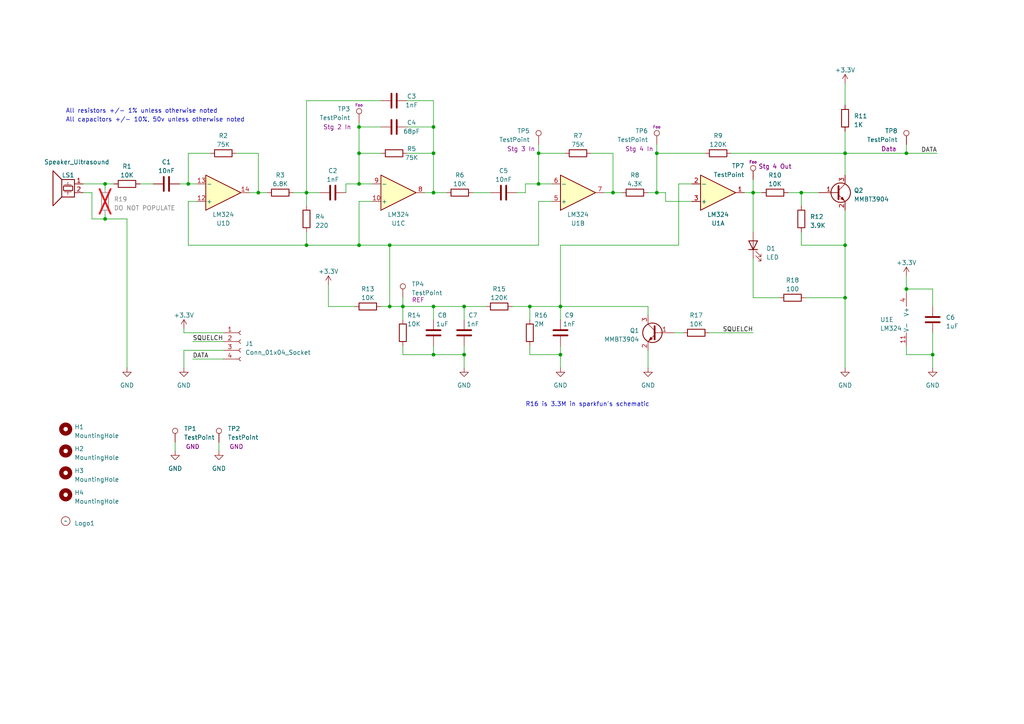
<source format=kicad_sch>
(kicad_sch (version 20230121) (generator eeschema)

  (uuid 0eda4ce1-66e5-46e6-bd69-aabda35926fc)

  (paper "A4")

  (lib_symbols
    (symbol "Amplifier_Operational:LM324" (pin_names (offset 0.127)) (in_bom yes) (on_board yes)
      (property "Reference" "U" (at 0 5.08 0)
        (effects (font (size 1.27 1.27)) (justify left))
      )
      (property "Value" "LM324" (at 0 -5.08 0)
        (effects (font (size 1.27 1.27)) (justify left))
      )
      (property "Footprint" "" (at -1.27 2.54 0)
        (effects (font (size 1.27 1.27)) hide)
      )
      (property "Datasheet" "http://www.ti.com/lit/ds/symlink/lm2902-n.pdf" (at 1.27 5.08 0)
        (effects (font (size 1.27 1.27)) hide)
      )
      (property "ki_locked" "" (at 0 0 0)
        (effects (font (size 1.27 1.27)))
      )
      (property "ki_keywords" "quad opamp" (at 0 0 0)
        (effects (font (size 1.27 1.27)) hide)
      )
      (property "ki_description" "Low-Power, Quad-Operational Amplifiers, DIP-14/SOIC-14/SSOP-14" (at 0 0 0)
        (effects (font (size 1.27 1.27)) hide)
      )
      (property "ki_fp_filters" "SOIC*3.9x8.7mm*P1.27mm* DIP*W7.62mm* TSSOP*4.4x5mm*P0.65mm* SSOP*5.3x6.2mm*P0.65mm* MSOP*3x3mm*P0.5mm*" (at 0 0 0)
        (effects (font (size 1.27 1.27)) hide)
      )
      (symbol "LM324_1_1"
        (polyline
          (pts
            (xy -5.08 5.08)
            (xy 5.08 0)
            (xy -5.08 -5.08)
            (xy -5.08 5.08)
          )
          (stroke (width 0.254) (type default))
          (fill (type background))
        )
        (pin output line (at 7.62 0 180) (length 2.54)
          (name "~" (effects (font (size 1.27 1.27))))
          (number "1" (effects (font (size 1.27 1.27))))
        )
        (pin input line (at -7.62 -2.54 0) (length 2.54)
          (name "-" (effects (font (size 1.27 1.27))))
          (number "2" (effects (font (size 1.27 1.27))))
        )
        (pin input line (at -7.62 2.54 0) (length 2.54)
          (name "+" (effects (font (size 1.27 1.27))))
          (number "3" (effects (font (size 1.27 1.27))))
        )
      )
      (symbol "LM324_2_1"
        (polyline
          (pts
            (xy -5.08 5.08)
            (xy 5.08 0)
            (xy -5.08 -5.08)
            (xy -5.08 5.08)
          )
          (stroke (width 0.254) (type default))
          (fill (type background))
        )
        (pin input line (at -7.62 2.54 0) (length 2.54)
          (name "+" (effects (font (size 1.27 1.27))))
          (number "5" (effects (font (size 1.27 1.27))))
        )
        (pin input line (at -7.62 -2.54 0) (length 2.54)
          (name "-" (effects (font (size 1.27 1.27))))
          (number "6" (effects (font (size 1.27 1.27))))
        )
        (pin output line (at 7.62 0 180) (length 2.54)
          (name "~" (effects (font (size 1.27 1.27))))
          (number "7" (effects (font (size 1.27 1.27))))
        )
      )
      (symbol "LM324_3_1"
        (polyline
          (pts
            (xy -5.08 5.08)
            (xy 5.08 0)
            (xy -5.08 -5.08)
            (xy -5.08 5.08)
          )
          (stroke (width 0.254) (type default))
          (fill (type background))
        )
        (pin input line (at -7.62 2.54 0) (length 2.54)
          (name "+" (effects (font (size 1.27 1.27))))
          (number "10" (effects (font (size 1.27 1.27))))
        )
        (pin output line (at 7.62 0 180) (length 2.54)
          (name "~" (effects (font (size 1.27 1.27))))
          (number "8" (effects (font (size 1.27 1.27))))
        )
        (pin input line (at -7.62 -2.54 0) (length 2.54)
          (name "-" (effects (font (size 1.27 1.27))))
          (number "9" (effects (font (size 1.27 1.27))))
        )
      )
      (symbol "LM324_4_1"
        (polyline
          (pts
            (xy -5.08 5.08)
            (xy 5.08 0)
            (xy -5.08 -5.08)
            (xy -5.08 5.08)
          )
          (stroke (width 0.254) (type default))
          (fill (type background))
        )
        (pin input line (at -7.62 2.54 0) (length 2.54)
          (name "+" (effects (font (size 1.27 1.27))))
          (number "12" (effects (font (size 1.27 1.27))))
        )
        (pin input line (at -7.62 -2.54 0) (length 2.54)
          (name "-" (effects (font (size 1.27 1.27))))
          (number "13" (effects (font (size 1.27 1.27))))
        )
        (pin output line (at 7.62 0 180) (length 2.54)
          (name "~" (effects (font (size 1.27 1.27))))
          (number "14" (effects (font (size 1.27 1.27))))
        )
      )
      (symbol "LM324_5_1"
        (pin power_in line (at -2.54 -7.62 90) (length 3.81)
          (name "V-" (effects (font (size 1.27 1.27))))
          (number "11" (effects (font (size 1.27 1.27))))
        )
        (pin power_in line (at -2.54 7.62 270) (length 3.81)
          (name "V+" (effects (font (size 1.27 1.27))))
          (number "4" (effects (font (size 1.27 1.27))))
        )
      )
    )
    (symbol "Connector:Conn_01x04_Socket" (pin_names (offset 1.016) hide) (in_bom yes) (on_board yes)
      (property "Reference" "J" (at 0 5.08 0)
        (effects (font (size 1.27 1.27)))
      )
      (property "Value" "Conn_01x04_Socket" (at 0 -7.62 0)
        (effects (font (size 1.27 1.27)))
      )
      (property "Footprint" "" (at 0 0 0)
        (effects (font (size 1.27 1.27)) hide)
      )
      (property "Datasheet" "~" (at 0 0 0)
        (effects (font (size 1.27 1.27)) hide)
      )
      (property "ki_locked" "" (at 0 0 0)
        (effects (font (size 1.27 1.27)))
      )
      (property "ki_keywords" "connector" (at 0 0 0)
        (effects (font (size 1.27 1.27)) hide)
      )
      (property "ki_description" "Generic connector, single row, 01x04, script generated" (at 0 0 0)
        (effects (font (size 1.27 1.27)) hide)
      )
      (property "ki_fp_filters" "Connector*:*_1x??_*" (at 0 0 0)
        (effects (font (size 1.27 1.27)) hide)
      )
      (symbol "Conn_01x04_Socket_1_1"
        (arc (start 0 -4.572) (mid -0.5058 -5.08) (end 0 -5.588)
          (stroke (width 0.1524) (type default))
          (fill (type none))
        )
        (arc (start 0 -2.032) (mid -0.5058 -2.54) (end 0 -3.048)
          (stroke (width 0.1524) (type default))
          (fill (type none))
        )
        (polyline
          (pts
            (xy -1.27 -5.08)
            (xy -0.508 -5.08)
          )
          (stroke (width 0.1524) (type default))
          (fill (type none))
        )
        (polyline
          (pts
            (xy -1.27 -2.54)
            (xy -0.508 -2.54)
          )
          (stroke (width 0.1524) (type default))
          (fill (type none))
        )
        (polyline
          (pts
            (xy -1.27 0)
            (xy -0.508 0)
          )
          (stroke (width 0.1524) (type default))
          (fill (type none))
        )
        (polyline
          (pts
            (xy -1.27 2.54)
            (xy -0.508 2.54)
          )
          (stroke (width 0.1524) (type default))
          (fill (type none))
        )
        (arc (start 0 0.508) (mid -0.5058 0) (end 0 -0.508)
          (stroke (width 0.1524) (type default))
          (fill (type none))
        )
        (arc (start 0 3.048) (mid -0.5058 2.54) (end 0 2.032)
          (stroke (width 0.1524) (type default))
          (fill (type none))
        )
        (pin passive line (at -5.08 2.54 0) (length 3.81)
          (name "Pin_1" (effects (font (size 1.27 1.27))))
          (number "1" (effects (font (size 1.27 1.27))))
        )
        (pin passive line (at -5.08 0 0) (length 3.81)
          (name "Pin_2" (effects (font (size 1.27 1.27))))
          (number "2" (effects (font (size 1.27 1.27))))
        )
        (pin passive line (at -5.08 -2.54 0) (length 3.81)
          (name "Pin_3" (effects (font (size 1.27 1.27))))
          (number "3" (effects (font (size 1.27 1.27))))
        )
        (pin passive line (at -5.08 -5.08 0) (length 3.81)
          (name "Pin_4" (effects (font (size 1.27 1.27))))
          (number "4" (effects (font (size 1.27 1.27))))
        )
      )
    )
    (symbol "Device:C" (pin_numbers hide) (pin_names (offset 0.254)) (in_bom yes) (on_board yes)
      (property "Reference" "C" (at 0.635 2.54 0)
        (effects (font (size 1.27 1.27)) (justify left))
      )
      (property "Value" "C" (at 0.635 -2.54 0)
        (effects (font (size 1.27 1.27)) (justify left))
      )
      (property "Footprint" "" (at 0.9652 -3.81 0)
        (effects (font (size 1.27 1.27)) hide)
      )
      (property "Datasheet" "~" (at 0 0 0)
        (effects (font (size 1.27 1.27)) hide)
      )
      (property "ki_keywords" "cap capacitor" (at 0 0 0)
        (effects (font (size 1.27 1.27)) hide)
      )
      (property "ki_description" "Unpolarized capacitor" (at 0 0 0)
        (effects (font (size 1.27 1.27)) hide)
      )
      (property "ki_fp_filters" "C_*" (at 0 0 0)
        (effects (font (size 1.27 1.27)) hide)
      )
      (symbol "C_0_1"
        (polyline
          (pts
            (xy -2.032 -0.762)
            (xy 2.032 -0.762)
          )
          (stroke (width 0.508) (type default))
          (fill (type none))
        )
        (polyline
          (pts
            (xy -2.032 0.762)
            (xy 2.032 0.762)
          )
          (stroke (width 0.508) (type default))
          (fill (type none))
        )
      )
      (symbol "C_1_1"
        (pin passive line (at 0 3.81 270) (length 2.794)
          (name "~" (effects (font (size 1.27 1.27))))
          (number "1" (effects (font (size 1.27 1.27))))
        )
        (pin passive line (at 0 -3.81 90) (length 2.794)
          (name "~" (effects (font (size 1.27 1.27))))
          (number "2" (effects (font (size 1.27 1.27))))
        )
      )
    )
    (symbol "Device:LED" (pin_numbers hide) (pin_names (offset 1.016) hide) (in_bom yes) (on_board yes)
      (property "Reference" "D" (at 0 2.54 0)
        (effects (font (size 1.27 1.27)))
      )
      (property "Value" "LED" (at 0 -2.54 0)
        (effects (font (size 1.27 1.27)))
      )
      (property "Footprint" "" (at 0 0 0)
        (effects (font (size 1.27 1.27)) hide)
      )
      (property "Datasheet" "~" (at 0 0 0)
        (effects (font (size 1.27 1.27)) hide)
      )
      (property "ki_keywords" "LED diode" (at 0 0 0)
        (effects (font (size 1.27 1.27)) hide)
      )
      (property "ki_description" "Light emitting diode" (at 0 0 0)
        (effects (font (size 1.27 1.27)) hide)
      )
      (property "ki_fp_filters" "LED* LED_SMD:* LED_THT:*" (at 0 0 0)
        (effects (font (size 1.27 1.27)) hide)
      )
      (symbol "LED_0_1"
        (polyline
          (pts
            (xy -1.27 -1.27)
            (xy -1.27 1.27)
          )
          (stroke (width 0.254) (type default))
          (fill (type none))
        )
        (polyline
          (pts
            (xy -1.27 0)
            (xy 1.27 0)
          )
          (stroke (width 0) (type default))
          (fill (type none))
        )
        (polyline
          (pts
            (xy 1.27 -1.27)
            (xy 1.27 1.27)
            (xy -1.27 0)
            (xy 1.27 -1.27)
          )
          (stroke (width 0.254) (type default))
          (fill (type none))
        )
        (polyline
          (pts
            (xy -3.048 -0.762)
            (xy -4.572 -2.286)
            (xy -3.81 -2.286)
            (xy -4.572 -2.286)
            (xy -4.572 -1.524)
          )
          (stroke (width 0) (type default))
          (fill (type none))
        )
        (polyline
          (pts
            (xy -1.778 -0.762)
            (xy -3.302 -2.286)
            (xy -2.54 -2.286)
            (xy -3.302 -2.286)
            (xy -3.302 -1.524)
          )
          (stroke (width 0) (type default))
          (fill (type none))
        )
      )
      (symbol "LED_1_1"
        (pin passive line (at -3.81 0 0) (length 2.54)
          (name "K" (effects (font (size 1.27 1.27))))
          (number "1" (effects (font (size 1.27 1.27))))
        )
        (pin passive line (at 3.81 0 180) (length 2.54)
          (name "A" (effects (font (size 1.27 1.27))))
          (number "2" (effects (font (size 1.27 1.27))))
        )
      )
    )
    (symbol "Device:R" (pin_numbers hide) (pin_names (offset 0)) (in_bom yes) (on_board yes)
      (property "Reference" "R" (at 2.032 0 90)
        (effects (font (size 1.27 1.27)))
      )
      (property "Value" "R" (at 0 0 90)
        (effects (font (size 1.27 1.27)))
      )
      (property "Footprint" "" (at -1.778 0 90)
        (effects (font (size 1.27 1.27)) hide)
      )
      (property "Datasheet" "~" (at 0 0 0)
        (effects (font (size 1.27 1.27)) hide)
      )
      (property "ki_keywords" "R res resistor" (at 0 0 0)
        (effects (font (size 1.27 1.27)) hide)
      )
      (property "ki_description" "Resistor" (at 0 0 0)
        (effects (font (size 1.27 1.27)) hide)
      )
      (property "ki_fp_filters" "R_*" (at 0 0 0)
        (effects (font (size 1.27 1.27)) hide)
      )
      (symbol "R_0_1"
        (rectangle (start -1.016 -2.54) (end 1.016 2.54)
          (stroke (width 0.254) (type default))
          (fill (type none))
        )
      )
      (symbol "R_1_1"
        (pin passive line (at 0 3.81 270) (length 1.27)
          (name "~" (effects (font (size 1.27 1.27))))
          (number "1" (effects (font (size 1.27 1.27))))
        )
        (pin passive line (at 0 -3.81 90) (length 1.27)
          (name "~" (effects (font (size 1.27 1.27))))
          (number "2" (effects (font (size 1.27 1.27))))
        )
      )
    )
    (symbol "Device:Speaker_Ultrasound" (pin_names (offset 0) hide) (in_bom yes) (on_board yes)
      (property "Reference" "LS" (at 0.635 5.715 0)
        (effects (font (size 1.27 1.27)) (justify right))
      )
      (property "Value" "Speaker_Ultrasound" (at 0.635 3.81 0)
        (effects (font (size 1.27 1.27)) (justify right))
      )
      (property "Footprint" "" (at -0.889 -1.27 0)
        (effects (font (size 1.27 1.27)) hide)
      )
      (property "Datasheet" "~" (at -0.889 -1.27 0)
        (effects (font (size 1.27 1.27)) hide)
      )
      (property "ki_keywords" "crystal speaker ultrasonic transducer" (at 0 0 0)
        (effects (font (size 1.27 1.27)) hide)
      )
      (property "ki_description" "Ultrasonic transducer" (at 0 0 0)
        (effects (font (size 1.27 1.27)) hide)
      )
      (symbol "Speaker_Ultrasound_0_0"
        (rectangle (start -2.54 1.27) (end 1.143 -3.81)
          (stroke (width 0.254) (type default))
          (fill (type none))
        )
        (rectangle (start -2.032 -0.635) (end 0.635 -1.905)
          (stroke (width 0.254) (type default))
          (fill (type none))
        )
        (polyline
          (pts
            (xy -1.651 -2.286)
            (xy 0.381 -2.286)
          )
          (stroke (width 0) (type default))
          (fill (type none))
        )
        (polyline
          (pts
            (xy -1.651 -0.254)
            (xy 0.381 -0.254)
          )
          (stroke (width 0) (type default))
          (fill (type none))
        )
        (polyline
          (pts
            (xy -0.635 -2.286)
            (xy -0.635 -3.048)
          )
          (stroke (width 0) (type default))
          (fill (type none))
        )
        (polyline
          (pts
            (xy -0.635 -0.254)
            (xy -0.635 0.508)
          )
          (stroke (width 0) (type default))
          (fill (type none))
        )
        (polyline
          (pts
            (xy 1.143 1.27)
            (xy 3.683 3.81)
            (xy 3.683 -6.35)
            (xy 1.143 -3.81)
          )
          (stroke (width 0.254) (type default))
          (fill (type none))
        )
      )
      (symbol "Speaker_Ultrasound_1_1"
        (pin input line (at -5.08 0 0) (length 2.54)
          (name "1" (effects (font (size 1.27 1.27))))
          (number "1" (effects (font (size 1.27 1.27))))
        )
        (pin input line (at -5.08 -2.54 0) (length 2.54)
          (name "2" (effects (font (size 1.27 1.27))))
          (number "2" (effects (font (size 1.27 1.27))))
        )
      )
    )
    (symbol "Mechanical:MountingHole" (pin_names (offset 1.016)) (in_bom yes) (on_board yes)
      (property "Reference" "H" (at 0 5.08 0)
        (effects (font (size 1.27 1.27)))
      )
      (property "Value" "MountingHole" (at 0 3.175 0)
        (effects (font (size 1.27 1.27)))
      )
      (property "Footprint" "" (at 0 0 0)
        (effects (font (size 1.27 1.27)) hide)
      )
      (property "Datasheet" "~" (at 0 0 0)
        (effects (font (size 1.27 1.27)) hide)
      )
      (property "ki_keywords" "mounting hole" (at 0 0 0)
        (effects (font (size 1.27 1.27)) hide)
      )
      (property "ki_description" "Mounting Hole without connection" (at 0 0 0)
        (effects (font (size 1.27 1.27)) hide)
      )
      (property "ki_fp_filters" "MountingHole*" (at 0 0 0)
        (effects (font (size 1.27 1.27)) hide)
      )
      (symbol "MountingHole_0_1"
        (circle (center 0 0) (radius 1.27)
          (stroke (width 1.27) (type default))
          (fill (type none))
        )
      )
    )
    (symbol "TestPoint_1" (pin_numbers hide) (pin_names (offset 0.762) hide) (in_bom yes) (on_board yes)
      (property "Reference" "TP" (at 0 6.858 0)
        (effects (font (size 1.27 1.27)))
      )
      (property "Value" "TestPoint" (at 0 5.08 0)
        (effects (font (size 1.27 1.27)) hide)
      )
      (property "Footprint" "" (at 5.08 0 0)
        (effects (font (size 1.27 1.27)) hide)
      )
      (property "Datasheet" "~" (at 5.08 0 0)
        (effects (font (size 1.27 1.27)) hide)
      )
      (property "Label" "Asdf" (at 0 0 0)
        (effects (font (size 1.27 1.27)))
      )
      (property "ki_keywords" "test point tp" (at 0 0 0)
        (effects (font (size 1.27 1.27)) hide)
      )
      (property "ki_description" "test point" (at 0 0 0)
        (effects (font (size 1.27 1.27)) hide)
      )
      (property "ki_fp_filters" "Pin* Test*" (at 0 0 0)
        (effects (font (size 1.27 1.27)) hide)
      )
      (symbol "TestPoint_1_0_1"
        (circle (center 0 3.302) (radius 0.762)
          (stroke (width 0) (type default))
          (fill (type none))
        )
      )
      (symbol "TestPoint_1_1_1"
        (pin passive line (at 0 0 90) (length 2.54)
          (name "1" (effects (font (size 1.27 1.27))))
          (number "1" (effects (font (size 1.27 1.27))))
        )
      )
    )
    (symbol "TestPoint_2" (pin_numbers hide) (pin_names (offset 0.762) hide) (in_bom yes) (on_board yes)
      (property "Reference" "TP" (at 0 6.858 0)
        (effects (font (size 1.27 1.27)))
      )
      (property "Value" "TestPoint" (at 0 5.08 0)
        (effects (font (size 1.27 1.27)) hide)
      )
      (property "Footprint" "" (at 5.08 0 0)
        (effects (font (size 1.27 1.27)) hide)
      )
      (property "Datasheet" "~" (at 5.08 0 0)
        (effects (font (size 1.27 1.27)) hide)
      )
      (property "Label" "Asdf" (at 0 0 0)
        (effects (font (size 1.27 1.27)))
      )
      (property "ki_keywords" "test point tp" (at 0 0 0)
        (effects (font (size 1.27 1.27)) hide)
      )
      (property "ki_description" "test point" (at 0 0 0)
        (effects (font (size 1.27 1.27)) hide)
      )
      (property "ki_fp_filters" "Pin* Test*" (at 0 0 0)
        (effects (font (size 1.27 1.27)) hide)
      )
      (symbol "TestPoint_2_0_1"
        (circle (center 0 3.302) (radius 0.762)
          (stroke (width 0) (type default))
          (fill (type none))
        )
      )
      (symbol "TestPoint_2_1_1"
        (pin passive line (at 0 0 90) (length 2.54)
          (name "1" (effects (font (size 1.27 1.27))))
          (number "1" (effects (font (size 1.27 1.27))))
        )
      )
    )
    (symbol "TestPoint_3" (pin_numbers hide) (pin_names (offset 0.762) hide) (in_bom yes) (on_board yes)
      (property "Reference" "TP" (at 0 6.858 0)
        (effects (font (size 1.27 1.27)))
      )
      (property "Value" "TestPoint" (at 0 5.08 0)
        (effects (font (size 1.27 1.27)) hide)
      )
      (property "Footprint" "" (at 5.08 0 0)
        (effects (font (size 1.27 1.27)) hide)
      )
      (property "Datasheet" "~" (at 5.08 0 0)
        (effects (font (size 1.27 1.27)) hide)
      )
      (property "Label" "" (at 0 0 0)
        (effects (font (size 1.27 1.27)))
      )
      (property "ki_keywords" "test point tp" (at 0 0 0)
        (effects (font (size 1.27 1.27)) hide)
      )
      (property "ki_description" "test point" (at 0 0 0)
        (effects (font (size 1.27 1.27)) hide)
      )
      (property "ki_fp_filters" "Pin* Test*" (at 0 0 0)
        (effects (font (size 1.27 1.27)) hide)
      )
      (symbol "TestPoint_3_0_1"
        (circle (center 0 3.302) (radius 0.762)
          (stroke (width 0) (type default))
          (fill (type none))
        )
      )
      (symbol "TestPoint_3_1_1"
        (pin passive line (at 0 0 90) (length 2.54)
          (name "1" (effects (font (size 1.27 1.27))))
          (number "1" (effects (font (size 1.27 1.27))))
        )
      )
    )
    (symbol "Transistor_BJT:MMBT3904" (pin_names (offset 0) hide) (in_bom yes) (on_board yes)
      (property "Reference" "Q" (at 5.08 1.905 0)
        (effects (font (size 1.27 1.27)) (justify left))
      )
      (property "Value" "MMBT3904" (at 5.08 0 0)
        (effects (font (size 1.27 1.27)) (justify left))
      )
      (property "Footprint" "Package_TO_SOT_SMD:SOT-23" (at 5.08 -1.905 0)
        (effects (font (size 1.27 1.27) italic) (justify left) hide)
      )
      (property "Datasheet" "https://www.onsemi.com/pub/Collateral/2N3903-D.PDF" (at 0 0 0)
        (effects (font (size 1.27 1.27)) (justify left) hide)
      )
      (property "ki_keywords" "NPN Transistor" (at 0 0 0)
        (effects (font (size 1.27 1.27)) hide)
      )
      (property "ki_description" "0.2A Ic, 40V Vce, Small Signal NPN Transistor, SOT-23" (at 0 0 0)
        (effects (font (size 1.27 1.27)) hide)
      )
      (property "ki_fp_filters" "SOT?23*" (at 0 0 0)
        (effects (font (size 1.27 1.27)) hide)
      )
      (symbol "MMBT3904_0_1"
        (polyline
          (pts
            (xy 0.635 0.635)
            (xy 2.54 2.54)
          )
          (stroke (width 0) (type default))
          (fill (type none))
        )
        (polyline
          (pts
            (xy 0.635 -0.635)
            (xy 2.54 -2.54)
            (xy 2.54 -2.54)
          )
          (stroke (width 0) (type default))
          (fill (type none))
        )
        (polyline
          (pts
            (xy 0.635 1.905)
            (xy 0.635 -1.905)
            (xy 0.635 -1.905)
          )
          (stroke (width 0.508) (type default))
          (fill (type none))
        )
        (polyline
          (pts
            (xy 1.27 -1.778)
            (xy 1.778 -1.27)
            (xy 2.286 -2.286)
            (xy 1.27 -1.778)
            (xy 1.27 -1.778)
          )
          (stroke (width 0) (type default))
          (fill (type outline))
        )
        (circle (center 1.27 0) (radius 2.8194)
          (stroke (width 0.254) (type default))
          (fill (type none))
        )
      )
      (symbol "MMBT3904_1_1"
        (pin input line (at -5.08 0 0) (length 5.715)
          (name "B" (effects (font (size 1.27 1.27))))
          (number "1" (effects (font (size 1.27 1.27))))
        )
        (pin passive line (at 2.54 -5.08 90) (length 2.54)
          (name "E" (effects (font (size 1.27 1.27))))
          (number "2" (effects (font (size 1.27 1.27))))
        )
        (pin passive line (at 2.54 5.08 270) (length 2.54)
          (name "C" (effects (font (size 1.27 1.27))))
          (number "3" (effects (font (size 1.27 1.27))))
        )
      )
    )
    (symbol "power:+3.3V" (power) (pin_names (offset 0)) (in_bom yes) (on_board yes)
      (property "Reference" "#PWR" (at 0 -3.81 0)
        (effects (font (size 1.27 1.27)) hide)
      )
      (property "Value" "+3.3V" (at 0 3.556 0)
        (effects (font (size 1.27 1.27)))
      )
      (property "Footprint" "" (at 0 0 0)
        (effects (font (size 1.27 1.27)) hide)
      )
      (property "Datasheet" "" (at 0 0 0)
        (effects (font (size 1.27 1.27)) hide)
      )
      (property "ki_keywords" "global power" (at 0 0 0)
        (effects (font (size 1.27 1.27)) hide)
      )
      (property "ki_description" "Power symbol creates a global label with name \"+3.3V\"" (at 0 0 0)
        (effects (font (size 1.27 1.27)) hide)
      )
      (symbol "+3.3V_0_1"
        (polyline
          (pts
            (xy -0.762 1.27)
            (xy 0 2.54)
          )
          (stroke (width 0) (type default))
          (fill (type none))
        )
        (polyline
          (pts
            (xy 0 0)
            (xy 0 2.54)
          )
          (stroke (width 0) (type default))
          (fill (type none))
        )
        (polyline
          (pts
            (xy 0 2.54)
            (xy 0.762 1.27)
          )
          (stroke (width 0) (type default))
          (fill (type none))
        )
      )
      (symbol "+3.3V_1_1"
        (pin power_in line (at 0 0 90) (length 0) hide
          (name "+3.3V" (effects (font (size 1.27 1.27))))
          (number "1" (effects (font (size 1.27 1.27))))
        )
      )
    )
    (symbol "power:GND" (power) (pin_names (offset 0)) (in_bom yes) (on_board yes)
      (property "Reference" "#PWR" (at 0 -6.35 0)
        (effects (font (size 1.27 1.27)) hide)
      )
      (property "Value" "GND" (at 0 -3.81 0)
        (effects (font (size 1.27 1.27)))
      )
      (property "Footprint" "" (at 0 0 0)
        (effects (font (size 1.27 1.27)) hide)
      )
      (property "Datasheet" "" (at 0 0 0)
        (effects (font (size 1.27 1.27)) hide)
      )
      (property "ki_keywords" "global power" (at 0 0 0)
        (effects (font (size 1.27 1.27)) hide)
      )
      (property "ki_description" "Power symbol creates a global label with name \"GND\" , ground" (at 0 0 0)
        (effects (font (size 1.27 1.27)) hide)
      )
      (symbol "GND_0_1"
        (polyline
          (pts
            (xy 0 0)
            (xy 0 -1.27)
            (xy 1.27 -1.27)
            (xy 0 -2.54)
            (xy -1.27 -1.27)
            (xy 0 -1.27)
          )
          (stroke (width 0) (type default))
          (fill (type none))
        )
      )
      (symbol "GND_1_1"
        (pin power_in line (at 0 0 270) (length 0) hide
          (name "GND" (effects (font (size 1.27 1.27))))
          (number "1" (effects (font (size 1.27 1.27))))
        )
      )
    )
    (symbol "uFinder:Logo" (in_bom no) (on_board yes)
      (property "Reference" "Logo" (at 0 0 0)
        (effects (font (size 1.27 1.27)))
      )
      (property "Value" "" (at 0 0 0)
        (effects (font (size 1.27 1.27)))
      )
      (property "Footprint" "uFinder:uFollowLogo" (at 0 0 0)
        (effects (font (size 1.27 1.27)) hide)
      )
      (property "Datasheet" "" (at 0 0 0)
        (effects (font (size 1.27 1.27)) hide)
      )
      (symbol "Logo_0_1"
        (circle (center 0 0) (radius 1.27)
          (stroke (width 0) (type default))
          (fill (type none))
        )
      )
    )
    (symbol "uFinder:TestPoint" (pin_numbers hide) (pin_names (offset 0.762) hide) (in_bom yes) (on_board yes)
      (property "Reference" "TP" (at 0 6.858 0)
        (effects (font (size 1.27 1.27)))
      )
      (property "Value" "TestPoint" (at 0 5.08 0)
        (effects (font (size 1.27 1.27)) hide)
      )
      (property "Footprint" "" (at 5.08 0 0)
        (effects (font (size 1.27 1.27)) hide)
      )
      (property "Datasheet" "~" (at 5.08 0 0)
        (effects (font (size 1.27 1.27)) hide)
      )
      (property "Net" "Foo" (at 0 5.08 0)
        (effects (font (size 0.8 0.8)))
      )
      (property "Label" "Asdf" (at 0 0 0)
        (effects (font (size 1.27 1.27)))
      )
      (property "ki_keywords" "test point tp" (at 0 0 0)
        (effects (font (size 1.27 1.27)) hide)
      )
      (property "ki_description" "test point" (at 0 0 0)
        (effects (font (size 1.27 1.27)) hide)
      )
      (property "ki_fp_filters" "Pin* Test*" (at 0 0 0)
        (effects (font (size 1.27 1.27)) hide)
      )
      (symbol "TestPoint_0_1"
        (circle (center 0 3.302) (radius 0.762)
          (stroke (width 0) (type default))
          (fill (type none))
        )
      )
      (symbol "TestPoint_1_1"
        (pin passive line (at 0 0 90) (length 2.54)
          (name "1" (effects (font (size 1.27 1.27))))
          (number "1" (effects (font (size 1.27 1.27))))
        )
      )
    )
  )

  (junction (at 156.21 44.45) (diameter 0) (color 0 0 0 0)
    (uuid 021df12c-a7fe-4a7e-a739-c4bcb10c07a4)
  )
  (junction (at 177.8 55.88) (diameter 0) (color 0 0 0 0)
    (uuid 050ffb96-c1ea-4733-a3ab-8e388fc08ef2)
  )
  (junction (at 218.44 55.88) (diameter 0) (color 0 0 0 0)
    (uuid 0ff20394-1354-4d63-9b8c-9f531ea3f34a)
  )
  (junction (at 134.62 102.87) (diameter 0) (color 0 0 0 0)
    (uuid 149a23c4-4b5f-4b86-951b-f7653142d7c1)
  )
  (junction (at 134.62 88.9) (diameter 0) (color 0 0 0 0)
    (uuid 1b82f13c-9751-4d55-98e3-d7afcd388e97)
  )
  (junction (at 125.73 55.88) (diameter 0) (color 0 0 0 0)
    (uuid 219733e9-6f5d-40fd-8b6b-d556d33808af)
  )
  (junction (at 104.14 36.83) (diameter 0) (color 0 0 0 0)
    (uuid 232383be-7bf7-4d78-8df7-694c53dfff4a)
  )
  (junction (at 232.41 55.88) (diameter 0) (color 0 0 0 0)
    (uuid 2eb24240-6006-43ea-b81d-5aaaf42b1cfc)
  )
  (junction (at 245.11 44.45) (diameter 0) (color 0 0 0 0)
    (uuid 3630b0d2-ca82-419e-9496-51f64b514303)
  )
  (junction (at 74.93 55.88) (diameter 0) (color 0 0 0 0)
    (uuid 4a82aaf0-600b-4bd3-83ec-235ec3fc0131)
  )
  (junction (at 104.14 71.12) (diameter 0) (color 0 0 0 0)
    (uuid 4b7d4429-c6b1-4468-969d-6b4df668d32b)
  )
  (junction (at 30.48 63.5) (diameter 0) (color 0 0 0 0)
    (uuid 4eb459c1-131d-435e-ae42-a3317639cdfc)
  )
  (junction (at 125.73 102.87) (diameter 0) (color 0 0 0 0)
    (uuid 6291185a-3e78-492c-8664-0f70490e7173)
  )
  (junction (at 54.61 53.34) (diameter 0) (color 0 0 0 0)
    (uuid 6463b69f-968b-4064-9cf0-4dc9adb41271)
  )
  (junction (at 125.73 36.83) (diameter 0) (color 0 0 0 0)
    (uuid 6b30ba36-66a3-423d-9eb5-cbd89c52d0d9)
  )
  (junction (at 116.84 88.9) (diameter 0) (color 0 0 0 0)
    (uuid 6e13192e-04e9-4d3a-a3b1-7f985cc7bd2c)
  )
  (junction (at 88.9 71.12) (diameter 0) (color 0 0 0 0)
    (uuid 76904b73-91e8-4d2c-b8df-58e233cacc30)
  )
  (junction (at 88.9 55.88) (diameter 0) (color 0 0 0 0)
    (uuid 82c05fd2-4935-4610-b00b-9ef1fe06bbea)
  )
  (junction (at 162.56 102.87) (diameter 0) (color 0 0 0 0)
    (uuid 9388db73-a2f0-4063-97f5-23874fc9cf65)
  )
  (junction (at 125.73 44.45) (diameter 0) (color 0 0 0 0)
    (uuid 9fbb6ea6-1579-4f19-b828-ad51727b2985)
  )
  (junction (at 156.21 53.34) (diameter 0) (color 0 0 0 0)
    (uuid a019e3a3-0161-40e3-b9f7-c3862b189b74)
  )
  (junction (at 30.48 53.34) (diameter 0) (color 0 0 0 0)
    (uuid a435fcef-de27-4770-a635-ffd6a7418e0f)
  )
  (junction (at 190.5 44.45) (diameter 0) (color 0 0 0 0)
    (uuid aaab55d4-c248-468f-afc2-590b052525c4)
  )
  (junction (at 270.51 102.87) (diameter 0) (color 0 0 0 0)
    (uuid b98f973a-7028-4f82-af76-e7c85bc4d430)
  )
  (junction (at 153.67 88.9) (diameter 0) (color 0 0 0 0)
    (uuid ba88093c-71a6-48a7-b17f-bc9487bdd1e4)
  )
  (junction (at 245.11 71.12) (diameter 0) (color 0 0 0 0)
    (uuid bc5b9340-0be9-4b16-9f56-16a09abf4ec2)
  )
  (junction (at 262.89 83.82) (diameter 0) (color 0 0 0 0)
    (uuid c0c92de7-dcde-4581-b5d9-2b5757acc86a)
  )
  (junction (at 190.5 55.88) (diameter 0) (color 0 0 0 0)
    (uuid c85b1ffe-048a-4e9f-9a9e-61cfb6ad3f71)
  )
  (junction (at 113.03 71.12) (diameter 0) (color 0 0 0 0)
    (uuid cad9c984-537a-4446-8d68-01a78faf79fc)
  )
  (junction (at 104.14 44.45) (diameter 0) (color 0 0 0 0)
    (uuid cba3c9d2-f136-4b88-8278-34db05216379)
  )
  (junction (at 162.56 88.9) (diameter 0) (color 0 0 0 0)
    (uuid d37b5cf8-37c8-4736-9bec-9b1bc9009ab5)
  )
  (junction (at 245.11 86.36) (diameter 0) (color 0 0 0 0)
    (uuid d6a185cf-14f1-47c0-87d0-b2f6788f3326)
  )
  (junction (at 104.14 53.34) (diameter 0) (color 0 0 0 0)
    (uuid d7f32001-fc0d-433d-bb35-909915501eb9)
  )
  (junction (at 262.89 44.45) (diameter 0) (color 0 0 0 0)
    (uuid e8d740e9-e682-494f-9ee9-3cfceffe4e8d)
  )
  (junction (at 125.73 88.9) (diameter 0) (color 0 0 0 0)
    (uuid ef595510-b244-4f96-a1c3-7bb7fcdcb20e)
  )
  (junction (at 113.03 88.9) (diameter 0) (color 0 0 0 0)
    (uuid f205ad5b-df67-457b-b7c2-df9436ea2fe7)
  )

  (wire (pts (xy 156.21 41.91) (xy 156.21 44.45))
    (stroke (width 0) (type default))
    (uuid 00528c89-7986-4109-a273-8728eeb26ee1)
  )
  (wire (pts (xy 53.34 101.6) (xy 53.34 106.68))
    (stroke (width 0) (type default))
    (uuid 007b9588-54c1-4a9d-9e7c-e4877fbf0c51)
  )
  (wire (pts (xy 232.41 71.12) (xy 245.11 71.12))
    (stroke (width 0) (type default))
    (uuid 01693ce2-01b3-4e1b-9851-b2ea0a15804c)
  )
  (wire (pts (xy 40.64 53.34) (xy 44.45 53.34))
    (stroke (width 0) (type default))
    (uuid 0291095a-1e38-4cec-ab06-e9787cac22bb)
  )
  (wire (pts (xy 218.44 55.88) (xy 218.44 67.31))
    (stroke (width 0) (type default))
    (uuid 02ccf08a-3b74-42f5-a1af-361db32f4224)
  )
  (wire (pts (xy 262.89 83.82) (xy 262.89 85.09))
    (stroke (width 0) (type default))
    (uuid 02f35c04-9b93-4a8b-bd4a-74f2315e112b)
  )
  (wire (pts (xy 36.83 63.5) (xy 36.83 106.68))
    (stroke (width 0) (type default))
    (uuid 04edf9cb-6569-4943-af70-2b71ed2b3116)
  )
  (wire (pts (xy 57.15 58.42) (xy 54.61 58.42))
    (stroke (width 0) (type default))
    (uuid 06225907-2f49-4b54-b304-21b81c8e3032)
  )
  (wire (pts (xy 125.73 102.87) (xy 134.62 102.87))
    (stroke (width 0) (type default))
    (uuid 0bef543e-035e-438a-84af-3c42ba18ba4e)
  )
  (wire (pts (xy 116.84 86.36) (xy 116.84 88.9))
    (stroke (width 0) (type default))
    (uuid 0d995688-1b02-477b-8415-c4f9b6cfa9b7)
  )
  (wire (pts (xy 270.51 88.9) (xy 270.51 83.82))
    (stroke (width 0) (type default))
    (uuid 0ddb061b-cdd3-4075-b901-d57582ef207a)
  )
  (wire (pts (xy 190.5 44.45) (xy 190.5 55.88))
    (stroke (width 0) (type default))
    (uuid 10f38e2d-b345-4f79-9449-be425f8ab042)
  )
  (wire (pts (xy 134.62 88.9) (xy 140.97 88.9))
    (stroke (width 0) (type default))
    (uuid 159e8ff9-c63e-442d-910c-274cbcb7bf59)
  )
  (wire (pts (xy 245.11 44.45) (xy 245.11 50.8))
    (stroke (width 0) (type default))
    (uuid 165592c7-7aa0-4cee-b5d7-397ad5e582dc)
  )
  (wire (pts (xy 245.11 71.12) (xy 245.11 86.36))
    (stroke (width 0) (type default))
    (uuid 170fd360-5bd4-4f6e-8f32-4bae89789779)
  )
  (wire (pts (xy 88.9 29.21) (xy 110.49 29.21))
    (stroke (width 0) (type default))
    (uuid 175d25eb-e507-4335-99b8-a30055ddd3bb)
  )
  (wire (pts (xy 104.14 44.45) (xy 104.14 53.34))
    (stroke (width 0) (type default))
    (uuid 176dd8e6-b908-49bd-8367-6bc008bc02a9)
  )
  (wire (pts (xy 110.49 44.45) (xy 104.14 44.45))
    (stroke (width 0) (type default))
    (uuid 1c3756ca-4131-4ca5-a753-327ab38f59f5)
  )
  (wire (pts (xy 177.8 44.45) (xy 177.8 55.88))
    (stroke (width 0) (type default))
    (uuid 2090bf88-afd9-4958-b618-b083e9d79abe)
  )
  (wire (pts (xy 245.11 60.96) (xy 245.11 71.12))
    (stroke (width 0) (type default))
    (uuid 21de44e0-ed2a-4581-bb42-dec3a63e82ff)
  )
  (wire (pts (xy 162.56 100.33) (xy 162.56 102.87))
    (stroke (width 0) (type default))
    (uuid 2394bebc-624d-4792-9fe3-88b2fa19105d)
  )
  (wire (pts (xy 30.48 63.5) (xy 26.67 63.5))
    (stroke (width 0) (type default))
    (uuid 291f3973-0333-46c1-82f1-fca5e775e5a9)
  )
  (wire (pts (xy 125.73 44.45) (xy 125.73 55.88))
    (stroke (width 0) (type default))
    (uuid 2cee30c2-1ba4-4ea3-8c11-92d1b7f0919c)
  )
  (wire (pts (xy 156.21 53.34) (xy 160.02 53.34))
    (stroke (width 0) (type default))
    (uuid 2da7145d-7b41-44e0-9f26-6949e13a1aa3)
  )
  (wire (pts (xy 200.66 53.34) (xy 196.85 53.34))
    (stroke (width 0) (type default))
    (uuid 2dc26db3-48dc-40dc-92c7-09235f4f095a)
  )
  (wire (pts (xy 228.6 55.88) (xy 232.41 55.88))
    (stroke (width 0) (type default))
    (uuid 3017cb90-eb2c-475e-9273-10d4c23f1a94)
  )
  (wire (pts (xy 193.04 58.42) (xy 200.66 58.42))
    (stroke (width 0) (type default))
    (uuid 30832734-57ea-422c-a8fe-084ccee340a4)
  )
  (wire (pts (xy 162.56 88.9) (xy 187.96 88.9))
    (stroke (width 0) (type default))
    (uuid 3293111a-2b7c-456c-8067-41bb0bee2f78)
  )
  (wire (pts (xy 152.4 53.34) (xy 156.21 53.34))
    (stroke (width 0) (type default))
    (uuid 33002a8f-329e-41c0-a73c-828164c5224b)
  )
  (wire (pts (xy 160.02 58.42) (xy 156.21 58.42))
    (stroke (width 0) (type default))
    (uuid 36d74395-7c16-47ec-8cad-6b02cc4f8d2a)
  )
  (wire (pts (xy 163.83 44.45) (xy 156.21 44.45))
    (stroke (width 0) (type default))
    (uuid 3805baec-779a-4bcd-bc49-0e570ce73ab9)
  )
  (wire (pts (xy 64.77 101.6) (xy 53.34 101.6))
    (stroke (width 0) (type default))
    (uuid 3814b4f9-6d7b-49de-8970-0c18f729b579)
  )
  (wire (pts (xy 218.44 55.88) (xy 220.98 55.88))
    (stroke (width 0) (type default))
    (uuid 40bc24a6-b9d1-4235-8225-984ca4052260)
  )
  (wire (pts (xy 190.5 55.88) (xy 193.04 55.88))
    (stroke (width 0) (type default))
    (uuid 414aa1c9-ddb4-44c4-8858-07033ff73de6)
  )
  (wire (pts (xy 215.9 55.88) (xy 218.44 55.88))
    (stroke (width 0) (type default))
    (uuid 45407974-195b-4cff-b17e-88156fe2d78e)
  )
  (wire (pts (xy 162.56 88.9) (xy 153.67 88.9))
    (stroke (width 0) (type default))
    (uuid 4a128321-7511-4627-85af-2bad25cc67cf)
  )
  (wire (pts (xy 156.21 44.45) (xy 156.21 53.34))
    (stroke (width 0) (type default))
    (uuid 4baab24a-d99d-4c43-a067-6d9544260e3c)
  )
  (wire (pts (xy 30.48 53.34) (xy 33.02 53.34))
    (stroke (width 0) (type default))
    (uuid 534e42c9-a568-4359-8ae8-4853fa2cfa21)
  )
  (wire (pts (xy 88.9 71.12) (xy 88.9 67.31))
    (stroke (width 0) (type default))
    (uuid 539bc2a7-ce10-4db1-973c-8f7a5cf2489a)
  )
  (wire (pts (xy 125.73 36.83) (xy 125.73 44.45))
    (stroke (width 0) (type default))
    (uuid 54fa8aed-440e-4a55-8676-308c8820f8ca)
  )
  (wire (pts (xy 54.61 53.34) (xy 57.15 53.34))
    (stroke (width 0) (type default))
    (uuid 55682e5e-51a5-4980-b984-58e453b4bc82)
  )
  (wire (pts (xy 171.45 44.45) (xy 177.8 44.45))
    (stroke (width 0) (type default))
    (uuid 55ad7f2a-b2de-4a83-84d1-298817dac425)
  )
  (wire (pts (xy 88.9 29.21) (xy 88.9 55.88))
    (stroke (width 0) (type default))
    (uuid 577749bd-4c76-4d0b-b221-bfa859be4336)
  )
  (wire (pts (xy 95.25 88.9) (xy 95.25 82.55))
    (stroke (width 0) (type default))
    (uuid 57b2bfa7-33d2-4d88-861c-030698fde25d)
  )
  (wire (pts (xy 175.26 55.88) (xy 177.8 55.88))
    (stroke (width 0) (type default))
    (uuid 5928dde5-2187-404e-a5ca-476d8776e090)
  )
  (wire (pts (xy 245.11 86.36) (xy 245.11 106.68))
    (stroke (width 0) (type default))
    (uuid 5a66d131-be58-4712-a3e1-6783269b4c56)
  )
  (wire (pts (xy 113.03 88.9) (xy 116.84 88.9))
    (stroke (width 0) (type default))
    (uuid 5c3e7c5d-61ff-4c7c-baff-3a79c81aa190)
  )
  (wire (pts (xy 156.21 58.42) (xy 156.21 71.12))
    (stroke (width 0) (type default))
    (uuid 5cef3650-2c4d-46b7-a8ec-249b77f278af)
  )
  (wire (pts (xy 102.87 88.9) (xy 95.25 88.9))
    (stroke (width 0) (type default))
    (uuid 5dfb9737-20d0-4cd6-a62a-e23d864e5b63)
  )
  (wire (pts (xy 218.44 86.36) (xy 226.06 86.36))
    (stroke (width 0) (type default))
    (uuid 5e7fdb99-937a-4a9c-bef0-040d4cd34fdb)
  )
  (wire (pts (xy 232.41 55.88) (xy 237.49 55.88))
    (stroke (width 0) (type default))
    (uuid 5eb8aea1-6b69-4536-a371-6cc77fdf340b)
  )
  (wire (pts (xy 100.33 53.34) (xy 104.14 53.34))
    (stroke (width 0) (type default))
    (uuid 5f136207-1c82-44b3-912d-2f2ca3ed9927)
  )
  (wire (pts (xy 118.11 29.21) (xy 125.73 29.21))
    (stroke (width 0) (type default))
    (uuid 5f6ee18a-3224-4a3f-bad9-f202b6aedaa2)
  )
  (wire (pts (xy 116.84 102.87) (xy 125.73 102.87))
    (stroke (width 0) (type default))
    (uuid 5fb6791a-5d79-4258-9fd0-418051dce50c)
  )
  (wire (pts (xy 205.74 96.52) (xy 218.44 96.52))
    (stroke (width 0) (type default))
    (uuid 614baae5-4040-4038-8dd9-6964a4ddd070)
  )
  (wire (pts (xy 113.03 71.12) (xy 113.03 88.9))
    (stroke (width 0) (type default))
    (uuid 61737627-3169-46ea-b121-22bef5a5488e)
  )
  (wire (pts (xy 187.96 88.9) (xy 187.96 91.44))
    (stroke (width 0) (type default))
    (uuid 64598ec2-49a8-47d8-997f-c351466f0a5c)
  )
  (wire (pts (xy 204.47 44.45) (xy 190.5 44.45))
    (stroke (width 0) (type default))
    (uuid 65f21ebc-ed33-4668-bfa7-7ad602ac6db5)
  )
  (wire (pts (xy 262.89 102.87) (xy 270.51 102.87))
    (stroke (width 0) (type default))
    (uuid 6736698f-b0d3-41fe-ba0f-e1c6214915a9)
  )
  (wire (pts (xy 162.56 71.12) (xy 162.56 88.9))
    (stroke (width 0) (type default))
    (uuid 6789a874-8214-4012-af2b-fb4f01ebbe6e)
  )
  (wire (pts (xy 125.73 92.71) (xy 125.73 88.9))
    (stroke (width 0) (type default))
    (uuid 6880a0c6-a856-475c-80f9-ba25b4e25898)
  )
  (wire (pts (xy 30.48 53.34) (xy 30.48 54.61))
    (stroke (width 0) (type default))
    (uuid 691a38d4-a986-4f03-924c-3dfc4be4c745)
  )
  (wire (pts (xy 156.21 71.12) (xy 113.03 71.12))
    (stroke (width 0) (type default))
    (uuid 6bdc12aa-8fad-4dd4-bd9a-db69d8c13758)
  )
  (wire (pts (xy 52.07 53.34) (xy 54.61 53.34))
    (stroke (width 0) (type default))
    (uuid 6d6744f4-c24b-4626-9056-48a87ccf6a19)
  )
  (wire (pts (xy 104.14 71.12) (xy 88.9 71.12))
    (stroke (width 0) (type default))
    (uuid 6e4eb628-8273-4cf4-bbed-017f4b1bae05)
  )
  (wire (pts (xy 104.14 58.42) (xy 104.14 71.12))
    (stroke (width 0) (type default))
    (uuid 704ed6f9-8b27-46dd-bb5f-4079206825ce)
  )
  (wire (pts (xy 54.61 44.45) (xy 54.61 53.34))
    (stroke (width 0) (type default))
    (uuid 721f633c-ee9d-4d2a-ab76-3cda2aeb8c49)
  )
  (wire (pts (xy 149.86 55.88) (xy 152.4 55.88))
    (stroke (width 0) (type default))
    (uuid 729d4d94-b8fc-407e-8899-f31c41530670)
  )
  (wire (pts (xy 262.89 41.91) (xy 262.89 44.45))
    (stroke (width 0) (type default))
    (uuid 731c0a35-19bf-43a2-831c-ef32c65626e1)
  )
  (wire (pts (xy 110.49 88.9) (xy 113.03 88.9))
    (stroke (width 0) (type default))
    (uuid 74695ec1-b38f-46d8-bc7e-e22b801ccd9a)
  )
  (wire (pts (xy 54.61 58.42) (xy 54.61 71.12))
    (stroke (width 0) (type default))
    (uuid 74d13e57-df44-4f46-97ed-d177827ea599)
  )
  (wire (pts (xy 26.67 63.5) (xy 26.67 55.88))
    (stroke (width 0) (type default))
    (uuid 76e9db39-0caf-4148-abf8-dcff708b643f)
  )
  (wire (pts (xy 232.41 67.31) (xy 232.41 71.12))
    (stroke (width 0) (type default))
    (uuid 783962f5-8517-4c7c-89f5-c6d37f42eeda)
  )
  (wire (pts (xy 232.41 55.88) (xy 232.41 59.69))
    (stroke (width 0) (type default))
    (uuid 785771fa-b829-44c0-b09f-b2bf7b2bfad7)
  )
  (wire (pts (xy 116.84 92.71) (xy 116.84 88.9))
    (stroke (width 0) (type default))
    (uuid 7909bdb1-9621-4078-b19f-b9e060b57af0)
  )
  (wire (pts (xy 74.93 55.88) (xy 77.47 55.88))
    (stroke (width 0) (type default))
    (uuid 7d7ae3a6-fbe6-4f9f-8eb6-24cd771b4011)
  )
  (wire (pts (xy 262.89 80.01) (xy 262.89 83.82))
    (stroke (width 0) (type default))
    (uuid 7ebe6207-da35-426d-aabd-6cae965dd52c)
  )
  (wire (pts (xy 53.34 96.52) (xy 53.34 95.25))
    (stroke (width 0) (type default))
    (uuid 838f148a-85c4-456b-a2a5-e61a79b3a9f9)
  )
  (wire (pts (xy 270.51 96.52) (xy 270.51 102.87))
    (stroke (width 0) (type default))
    (uuid 8579826b-5153-4c33-9bd3-147540f6188d)
  )
  (wire (pts (xy 123.19 55.88) (xy 125.73 55.88))
    (stroke (width 0) (type default))
    (uuid 85c48385-7257-4846-a43a-7a1ae557b9fe)
  )
  (wire (pts (xy 153.67 100.33) (xy 153.67 102.87))
    (stroke (width 0) (type default))
    (uuid 867dacbf-a33c-4e76-a108-c679f6f8d713)
  )
  (wire (pts (xy 218.44 74.93) (xy 218.44 86.36))
    (stroke (width 0) (type default))
    (uuid 87c323f8-0cd0-484b-b259-1b450ac47597)
  )
  (wire (pts (xy 262.89 100.33) (xy 262.89 102.87))
    (stroke (width 0) (type default))
    (uuid 89e3f107-6791-4bdb-97da-a80e1007a6c5)
  )
  (wire (pts (xy 107.95 58.42) (xy 104.14 58.42))
    (stroke (width 0) (type default))
    (uuid 8b2fbe6b-fa57-4cba-b9d1-a834b376897f)
  )
  (wire (pts (xy 137.16 55.88) (xy 142.24 55.88))
    (stroke (width 0) (type default))
    (uuid 90cc57a1-6a2d-4b97-97df-2c135f838a64)
  )
  (wire (pts (xy 187.96 55.88) (xy 190.5 55.88))
    (stroke (width 0) (type default))
    (uuid 91527310-c9cf-4e73-a34e-12b124ed7428)
  )
  (wire (pts (xy 187.96 101.6) (xy 187.96 106.68))
    (stroke (width 0) (type default))
    (uuid 944b581f-ecdd-4648-ae04-2bf327a7deb4)
  )
  (wire (pts (xy 64.77 96.52) (xy 53.34 96.52))
    (stroke (width 0) (type default))
    (uuid 94a66092-e053-4484-a5e5-c652c839478e)
  )
  (wire (pts (xy 125.73 88.9) (xy 116.84 88.9))
    (stroke (width 0) (type default))
    (uuid 974480aa-8223-4885-b4ac-9e6e273ad0d6)
  )
  (wire (pts (xy 104.14 53.34) (xy 107.95 53.34))
    (stroke (width 0) (type default))
    (uuid 97df34e5-dc99-404b-b844-c9f4193d3b90)
  )
  (wire (pts (xy 196.85 71.12) (xy 162.56 71.12))
    (stroke (width 0) (type default))
    (uuid 97ebdf0a-7603-497a-ae0d-db919b849b57)
  )
  (wire (pts (xy 36.83 63.5) (xy 30.48 63.5))
    (stroke (width 0) (type default))
    (uuid 98989389-fb30-4015-966a-bb0228e71945)
  )
  (wire (pts (xy 134.62 92.71) (xy 134.62 88.9))
    (stroke (width 0) (type default))
    (uuid 9c55da6a-ec38-4c7f-b0a9-f1b75d37fe01)
  )
  (wire (pts (xy 24.13 53.34) (xy 30.48 53.34))
    (stroke (width 0) (type default))
    (uuid 9d934716-8ec0-4e86-afa4-d821242e0982)
  )
  (wire (pts (xy 134.62 100.33) (xy 134.62 102.87))
    (stroke (width 0) (type default))
    (uuid 9eecef3a-0ae0-4292-a5a5-2985f1eb8de9)
  )
  (wire (pts (xy 218.44 52.07) (xy 218.44 55.88))
    (stroke (width 0) (type default))
    (uuid a430f64a-178a-4edf-aad1-0a1d16d2203b)
  )
  (wire (pts (xy 60.96 44.45) (xy 54.61 44.45))
    (stroke (width 0) (type default))
    (uuid a69ff3fa-3c05-483c-97a1-a4d205a33bca)
  )
  (wire (pts (xy 100.33 55.88) (xy 100.33 53.34))
    (stroke (width 0) (type default))
    (uuid a6e9eaca-f211-4630-9647-a33634657f27)
  )
  (wire (pts (xy 55.88 99.06) (xy 64.77 99.06))
    (stroke (width 0) (type default))
    (uuid a9f33111-24a9-4114-90f8-3f746a794a88)
  )
  (wire (pts (xy 63.5 130.81) (xy 63.5 128.27))
    (stroke (width 0) (type default))
    (uuid ac31d52e-7ac1-4d7c-a09c-91fa81660a2c)
  )
  (wire (pts (xy 162.56 102.87) (xy 162.56 106.68))
    (stroke (width 0) (type default))
    (uuid af0a32a1-61f9-4e2c-ba4f-80b7aa8cc059)
  )
  (wire (pts (xy 116.84 100.33) (xy 116.84 102.87))
    (stroke (width 0) (type default))
    (uuid af7a8c4d-c909-4344-88df-2d45c0a0674f)
  )
  (wire (pts (xy 270.51 102.87) (xy 270.51 106.68))
    (stroke (width 0) (type default))
    (uuid af9027db-79f5-49ac-8a4b-c037310d94d2)
  )
  (wire (pts (xy 68.58 44.45) (xy 74.93 44.45))
    (stroke (width 0) (type default))
    (uuid afa41c6c-4a34-4e44-a493-3cab02d83bd6)
  )
  (wire (pts (xy 125.73 100.33) (xy 125.73 102.87))
    (stroke (width 0) (type default))
    (uuid b1e42325-264b-4de3-acfb-af3afe882765)
  )
  (wire (pts (xy 104.14 35.56) (xy 104.14 36.83))
    (stroke (width 0) (type default))
    (uuid b57a24c0-4385-4b9a-a4db-92cf542b3e9c)
  )
  (wire (pts (xy 196.85 53.34) (xy 196.85 71.12))
    (stroke (width 0) (type default))
    (uuid b6bc4125-59c0-4ec1-8f19-f9c31ba769bc)
  )
  (wire (pts (xy 212.09 44.45) (xy 245.11 44.45))
    (stroke (width 0) (type default))
    (uuid b886842f-de0e-47ad-b63d-8a157048e332)
  )
  (wire (pts (xy 262.89 83.82) (xy 270.51 83.82))
    (stroke (width 0) (type default))
    (uuid b930c001-8cda-4f98-a81d-348525a21646)
  )
  (wire (pts (xy 193.04 55.88) (xy 193.04 58.42))
    (stroke (width 0) (type default))
    (uuid c54926c6-20f6-4d98-8aa4-276311bbee3e)
  )
  (wire (pts (xy 30.48 62.23) (xy 30.48 63.5))
    (stroke (width 0) (type default))
    (uuid c696540a-de6c-4cfd-bbd8-4babddf9c453)
  )
  (wire (pts (xy 85.09 55.88) (xy 88.9 55.88))
    (stroke (width 0) (type default))
    (uuid c7539231-4e02-46a4-96f6-3d5ad7427bc7)
  )
  (wire (pts (xy 245.11 38.1) (xy 245.11 44.45))
    (stroke (width 0) (type default))
    (uuid c7c575f7-7825-413b-a6aa-e8b43f50530c)
  )
  (wire (pts (xy 162.56 92.71) (xy 162.56 88.9))
    (stroke (width 0) (type default))
    (uuid c872655a-894b-4d76-bb64-53946faeec06)
  )
  (wire (pts (xy 245.11 24.13) (xy 245.11 30.48))
    (stroke (width 0) (type default))
    (uuid c89e6170-eaea-412e-a642-22816dcc2462)
  )
  (wire (pts (xy 50.8 130.81) (xy 50.8 128.27))
    (stroke (width 0) (type default))
    (uuid cc818ec0-aa00-432a-86ed-f8117f69be01)
  )
  (wire (pts (xy 72.39 55.88) (xy 74.93 55.88))
    (stroke (width 0) (type default))
    (uuid cd2c83ca-a150-47c6-bac7-c41c3b449467)
  )
  (wire (pts (xy 55.88 104.14) (xy 64.77 104.14))
    (stroke (width 0) (type default))
    (uuid cd645ff4-ff3c-4c66-8167-59f3bc5ef33d)
  )
  (wire (pts (xy 118.11 44.45) (xy 125.73 44.45))
    (stroke (width 0) (type default))
    (uuid d168f1c2-f420-4a23-9355-8deba46883e6)
  )
  (wire (pts (xy 153.67 88.9) (xy 153.67 92.71))
    (stroke (width 0) (type default))
    (uuid d20c3d51-6f38-42d8-9fd0-c11fa5548605)
  )
  (wire (pts (xy 153.67 102.87) (xy 162.56 102.87))
    (stroke (width 0) (type default))
    (uuid d34f48e1-61bc-4070-a2da-461b4f8fea78)
  )
  (wire (pts (xy 24.13 55.88) (xy 26.67 55.88))
    (stroke (width 0) (type default))
    (uuid d649a02a-9761-4f19-8023-194e03a30174)
  )
  (wire (pts (xy 177.8 55.88) (xy 180.34 55.88))
    (stroke (width 0) (type default))
    (uuid d6598759-542d-4cad-9c38-93fd03fd0113)
  )
  (wire (pts (xy 195.58 96.52) (xy 198.12 96.52))
    (stroke (width 0) (type default))
    (uuid d697db06-f03c-4db0-a414-d82238cb91c6)
  )
  (wire (pts (xy 104.14 36.83) (xy 104.14 44.45))
    (stroke (width 0) (type default))
    (uuid d6fba737-b266-4570-a261-8c949d7a36ea)
  )
  (wire (pts (xy 104.14 71.12) (xy 113.03 71.12))
    (stroke (width 0) (type default))
    (uuid de187088-7afe-466a-a2c9-cf16c05911b3)
  )
  (wire (pts (xy 134.62 88.9) (xy 125.73 88.9))
    (stroke (width 0) (type default))
    (uuid e8210cc8-1c26-4c2f-86c5-e0fe20befe2b)
  )
  (wire (pts (xy 74.93 44.45) (xy 74.93 55.88))
    (stroke (width 0) (type default))
    (uuid ea4bd9ea-f464-408e-8792-609579610b7f)
  )
  (wire (pts (xy 54.61 71.12) (xy 88.9 71.12))
    (stroke (width 0) (type default))
    (uuid eed20bc3-959b-487a-b04e-526412058f85)
  )
  (wire (pts (xy 148.59 88.9) (xy 153.67 88.9))
    (stroke (width 0) (type default))
    (uuid efd323b5-11e5-48fd-b463-fe66b84f7b65)
  )
  (wire (pts (xy 152.4 55.88) (xy 152.4 53.34))
    (stroke (width 0) (type default))
    (uuid efd6c492-cc9b-41e7-a96a-dd539dc33ada)
  )
  (wire (pts (xy 190.5 41.91) (xy 190.5 44.45))
    (stroke (width 0) (type default))
    (uuid f2319606-8ab4-483d-9c15-d1e1a78db60e)
  )
  (wire (pts (xy 88.9 55.88) (xy 88.9 59.69))
    (stroke (width 0) (type default))
    (uuid f2f7d2e1-cce6-4ebe-904a-dbf65ae315b2)
  )
  (wire (pts (xy 262.89 44.45) (xy 271.78 44.45))
    (stroke (width 0) (type default))
    (uuid f36aa852-276a-4f1c-be97-5675c245a546)
  )
  (wire (pts (xy 134.62 102.87) (xy 134.62 106.68))
    (stroke (width 0) (type default))
    (uuid f4b6f466-4a33-41b6-afd1-4a9f2fe095a1)
  )
  (wire (pts (xy 125.73 29.21) (xy 125.73 36.83))
    (stroke (width 0) (type default))
    (uuid f5bda4c6-7834-447b-8dd1-9d14d2fa8e81)
  )
  (wire (pts (xy 245.11 44.45) (xy 262.89 44.45))
    (stroke (width 0) (type default))
    (uuid f5fb1fb9-530a-4bae-bd1d-9e60489d9765)
  )
  (wire (pts (xy 88.9 55.88) (xy 92.71 55.88))
    (stroke (width 0) (type default))
    (uuid f68fdd66-53d6-4fd1-b09b-1edf378487c8)
  )
  (wire (pts (xy 125.73 55.88) (xy 129.54 55.88))
    (stroke (width 0) (type default))
    (uuid f7dfec7e-b95c-4e99-adec-d388115befc3)
  )
  (wire (pts (xy 233.68 86.36) (xy 245.11 86.36))
    (stroke (width 0) (type default))
    (uuid f85df504-ab94-4aa0-b43d-54b64347e175)
  )
  (wire (pts (xy 118.11 36.83) (xy 125.73 36.83))
    (stroke (width 0) (type default))
    (uuid fd533e22-7304-4a41-b8a0-80eda8fc1be8)
  )
  (wire (pts (xy 110.49 36.83) (xy 104.14 36.83))
    (stroke (width 0) (type default))
    (uuid fe3eed21-994d-4e76-afbb-41146ae89fd8)
  )

  (text "All capacitors +/- 10%, 50v unless otherwise noted"
    (at 19.05 35.56 0)
    (effects (font (size 1.27 1.27)) (justify left bottom))
    (uuid b7cd100a-1d96-4337-bdcd-cbab1cc58cbb)
  )
  (text "All resistors +/- 1% unless otherwise noted" (at 19.05 33.02 0)
    (effects (font (size 1.27 1.27)) (justify left bottom))
    (uuid bb78e254-7877-42d3-8330-7b35cc2e53aa)
  )
  (text "R16 is 3.3M in sparkfun's schematic" (at 152.4 118.11 0)
    (effects (font (size 1.27 1.27)) (justify left bottom))
    (uuid cf511bf9-77d9-4e46-b268-24fbe850b0ac)
  )

  (label "SQUELCH" (at 55.88 99.06 0) (fields_autoplaced)
    (effects (font (size 1.27 1.27)) (justify left bottom))
    (uuid 2158c202-82f1-4252-866c-91adcdeb0935)
  )
  (label "DATA" (at 55.88 104.14 0) (fields_autoplaced)
    (effects (font (size 1.27 1.27)) (justify left bottom))
    (uuid 290b1a26-35ec-4a1a-8216-2bb473d60f09)
  )
  (label "SQUELCH" (at 218.44 96.52 180) (fields_autoplaced)
    (effects (font (size 1.27 1.27)) (justify right bottom))
    (uuid 4cc3ab29-7ada-43d4-9358-62f0a2f42b9c)
  )
  (label "DATA" (at 271.78 44.45 180) (fields_autoplaced)
    (effects (font (size 1.27 1.27)) (justify right bottom))
    (uuid 66c10223-d8a4-4e5d-8329-d0e9ae8d1865)
  )

  (symbol (lib_id "Transistor_BJT:MMBT3904") (at 190.5 96.52 0) (mirror y) (unit 1)
    (in_bom yes) (on_board yes) (dnp no)
    (uuid 008dab5b-5116-4364-8028-866f73d2c11c)
    (property "Reference" "Q1" (at 185.42 95.885 0)
      (effects (font (size 1.27 1.27)) (justify left))
    )
    (property "Value" "MMBT3904" (at 185.42 98.425 0)
      (effects (font (size 1.27 1.27)) (justify left))
    )
    (property "Footprint" "Package_TO_SOT_SMD:SOT-23" (at 185.42 98.425 0)
      (effects (font (size 1.27 1.27) italic) (justify left) hide)
    )
    (property "Datasheet" "https://www.onsemi.com/pub/Collateral/2N3903-D.PDF" (at 190.5 96.52 0)
      (effects (font (size 1.27 1.27)) (justify left) hide)
    )
    (property "LCSC" "C20526" (at 190.5 96.52 0)
      (effects (font (size 1.27 1.27)) hide)
    )
    (pin "1" (uuid 0715b812-ede1-4d4f-89d2-9ae0c780910c))
    (pin "2" (uuid 6046dd7c-2355-4a63-b1be-d509a0262c4c))
    (pin "3" (uuid 4653c467-fbc0-46ad-98e7-8c2f38884212))
    (instances
      (project "Receive US v2"
        (path "/0eda4ce1-66e5-46e6-bd69-aabda35926fc"
          (reference "Q1") (unit 1)
        )
      )
    )
  )

  (symbol (lib_id "Device:C") (at 48.26 53.34 90) (unit 1)
    (in_bom yes) (on_board yes) (dnp no) (fields_autoplaced)
    (uuid 01ad241d-c91b-4422-8021-95c17eca0266)
    (property "Reference" "C1" (at 48.26 46.99 90)
      (effects (font (size 1.27 1.27)))
    )
    (property "Value" "10nF" (at 48.26 49.53 90)
      (effects (font (size 1.27 1.27)))
    )
    (property "Footprint" "Capacitor_SMD:C_0805_2012Metric" (at 52.07 52.3748 0)
      (effects (font (size 1.27 1.27)) hide)
    )
    (property "Datasheet" "~" (at 48.26 53.34 0)
      (effects (font (size 1.27 1.27)) hide)
    )
    (property "LCSC" "C1710" (at 48.26 53.34 0)
      (effects (font (size 1.27 1.27)) hide)
    )
    (pin "1" (uuid a0e67def-a75c-4115-b5eb-67f75810cced))
    (pin "2" (uuid 89df526d-8f1c-4997-a209-9111ec102c6e))
    (instances
      (project "Receive US v2"
        (path "/0eda4ce1-66e5-46e6-bd69-aabda35926fc"
          (reference "C1") (unit 1)
        )
      )
    )
  )

  (symbol (lib_id "Device:R") (at 208.28 44.45 90) (unit 1)
    (in_bom yes) (on_board yes) (dnp no) (fields_autoplaced)
    (uuid 06cede20-2b52-420a-9be4-eb6ccd466203)
    (property "Reference" "R9" (at 208.28 39.37 90)
      (effects (font (size 1.27 1.27)))
    )
    (property "Value" "120K" (at 208.28 41.91 90)
      (effects (font (size 1.27 1.27)))
    )
    (property "Footprint" "Resistor_SMD:R_0805_2012Metric" (at 208.28 46.228 90)
      (effects (font (size 1.27 1.27)) hide)
    )
    (property "Datasheet" "~" (at 208.28 44.45 0)
      (effects (font (size 1.27 1.27)) hide)
    )
    (property "LCSC" "C17436" (at 208.28 44.45 0)
      (effects (font (size 1.27 1.27)) hide)
    )
    (pin "1" (uuid 8b5d0735-ee1a-4634-9443-7a0f8c78d3d0))
    (pin "2" (uuid 701dc710-e2e5-48d6-b332-ef3f4a182207))
    (instances
      (project "Receive US v2"
        (path "/0eda4ce1-66e5-46e6-bd69-aabda35926fc"
          (reference "R9") (unit 1)
        )
      )
    )
  )

  (symbol (lib_id "power:GND") (at 270.51 106.68 0) (unit 1)
    (in_bom yes) (on_board yes) (dnp no) (fields_autoplaced)
    (uuid 0724eba0-da1b-4467-bfd3-c150bcf6dfd8)
    (property "Reference" "#PWR04" (at 270.51 113.03 0)
      (effects (font (size 1.27 1.27)) hide)
    )
    (property "Value" "GND" (at 270.51 111.76 0)
      (effects (font (size 1.27 1.27)))
    )
    (property "Footprint" "" (at 270.51 106.68 0)
      (effects (font (size 1.27 1.27)) hide)
    )
    (property "Datasheet" "" (at 270.51 106.68 0)
      (effects (font (size 1.27 1.27)) hide)
    )
    (pin "1" (uuid bc58d574-d512-405c-83c9-67f0d9ba9c94))
    (instances
      (project "Receive US v2"
        (path "/0eda4ce1-66e5-46e6-bd69-aabda35926fc"
          (reference "#PWR04") (unit 1)
        )
      )
      (project "receive mcu prototype r1"
        (path "/6ff1ab3f-c90b-4acb-b3d7-b045de372bcb"
          (reference "#PWR023") (unit 1)
        )
      )
    )
  )

  (symbol (lib_name "TestPoint_1") (lib_id "uFinder:TestPoint") (at 50.8 128.27 0) (unit 1)
    (in_bom yes) (on_board yes) (dnp no)
    (uuid 07da585a-dc6b-4aab-8e03-1e0b84f92c12)
    (property "Reference" "TP1" (at 53.34 124.333 0)
      (effects (font (size 1.27 1.27)) (justify left))
    )
    (property "Value" "TestPoint" (at 53.34 126.873 0)
      (effects (font (size 1.27 1.27)) (justify left))
    )
    (property "Footprint" "uFinder:TestPoint_THTPad_D1.5mm_Drill0.7mm" (at 55.88 128.27 0)
      (effects (font (size 1.27 1.27)) hide)
    )
    (property "Datasheet" "~" (at 55.88 128.27 0)
      (effects (font (size 1.27 1.27)) hide)
    )
    (property "Label" "GND" (at 55.88 129.54 0)
      (effects (font (size 1.27 1.27)))
    )
    (pin "1" (uuid 416f5877-93cb-4ff2-921a-cd84c772418d))
    (instances
      (project "Receive US v2"
        (path "/0eda4ce1-66e5-46e6-bd69-aabda35926fc"
          (reference "TP1") (unit 1)
        )
      )
    )
  )

  (symbol (lib_id "power:+3.3V") (at 95.25 82.55 0) (unit 1)
    (in_bom yes) (on_board yes) (dnp no) (fields_autoplaced)
    (uuid 0db6c6e5-45cc-4113-b58c-438b9f5320c3)
    (property "Reference" "#PWR08" (at 95.25 86.36 0)
      (effects (font (size 1.27 1.27)) hide)
    )
    (property "Value" "+3.3V" (at 95.25 78.74 0)
      (effects (font (size 1.27 1.27)))
    )
    (property "Footprint" "" (at 95.25 82.55 0)
      (effects (font (size 1.27 1.27)) hide)
    )
    (property "Datasheet" "" (at 95.25 82.55 0)
      (effects (font (size 1.27 1.27)) hide)
    )
    (pin "1" (uuid 9acfb355-668b-41f1-ac41-a5ee462f4a4a))
    (instances
      (project "Receive US v2"
        (path "/0eda4ce1-66e5-46e6-bd69-aabda35926fc"
          (reference "#PWR08") (unit 1)
        )
      )
      (project "receive mcu prototype r1"
        (path "/6ff1ab3f-c90b-4acb-b3d7-b045de372bcb"
          (reference "#PWR022") (unit 1)
        )
      )
    )
  )

  (symbol (lib_id "Device:R") (at 245.11 34.29 180) (unit 1)
    (in_bom yes) (on_board yes) (dnp no) (fields_autoplaced)
    (uuid 12fc8425-5575-4fde-9fc0-dce8015d6f8e)
    (property "Reference" "R11" (at 247.65 33.655 0)
      (effects (font (size 1.27 1.27)) (justify right))
    )
    (property "Value" "1K" (at 247.65 36.195 0)
      (effects (font (size 1.27 1.27)) (justify right))
    )
    (property "Footprint" "Resistor_SMD:R_0805_2012Metric" (at 246.888 34.29 90)
      (effects (font (size 1.27 1.27)) hide)
    )
    (property "Datasheet" "~" (at 245.11 34.29 0)
      (effects (font (size 1.27 1.27)) hide)
    )
    (property "LCSC" "C17513" (at 245.11 34.29 0)
      (effects (font (size 1.27 1.27)) hide)
    )
    (pin "1" (uuid 7ed778a2-985d-4a4b-b52e-2d59b44d8bd5))
    (pin "2" (uuid 3ad44854-901b-4019-a9a4-962bd51e18e6))
    (instances
      (project "Receive US v2"
        (path "/0eda4ce1-66e5-46e6-bd69-aabda35926fc"
          (reference "R11") (unit 1)
        )
      )
    )
  )

  (symbol (lib_id "Connector:Conn_01x04_Socket") (at 69.85 99.06 0) (unit 1)
    (in_bom yes) (on_board yes) (dnp no) (fields_autoplaced)
    (uuid 1829f8fa-19a8-4116-951a-ad7086dffacb)
    (property "Reference" "J1" (at 71.12 99.695 0)
      (effects (font (size 1.27 1.27)) (justify left))
    )
    (property "Value" "Conn_01x04_Socket" (at 71.12 102.235 0)
      (effects (font (size 1.27 1.27)) (justify left))
    )
    (property "Footprint" "Connector_JST:JST_XH_B4B-XH-A_1x04_P2.50mm_Vertical" (at 69.85 99.06 0)
      (effects (font (size 1.27 1.27)) hide)
    )
    (property "Datasheet" "~" (at 69.85 99.06 0)
      (effects (font (size 1.27 1.27)) hide)
    )
    (pin "1" (uuid aa02cedd-16b3-4129-91c2-77e0d14e8586))
    (pin "2" (uuid 0d8a6f23-24a4-418b-8825-66f965cd3f74))
    (pin "3" (uuid 4959bc16-8bc0-4d8d-bd54-e73b74993586))
    (pin "4" (uuid 94c72a32-72a4-4ed1-bae1-bdff1ad98c96))
    (instances
      (project "Receive US v2"
        (path "/0eda4ce1-66e5-46e6-bd69-aabda35926fc"
          (reference "J1") (unit 1)
        )
      )
      (project "receive mcu prototype r1"
        (path "/6ff1ab3f-c90b-4acb-b3d7-b045de372bcb"
          (reference "J2") (unit 1)
        )
      )
    )
  )

  (symbol (lib_id "Device:R") (at 36.83 53.34 90) (unit 1)
    (in_bom yes) (on_board yes) (dnp no) (fields_autoplaced)
    (uuid 18cf2e87-e8dd-4780-b746-b1e2c3d40738)
    (property "Reference" "R1" (at 36.83 48.26 90)
      (effects (font (size 1.27 1.27)))
    )
    (property "Value" "10K" (at 36.83 50.8 90)
      (effects (font (size 1.27 1.27)))
    )
    (property "Footprint" "Resistor_SMD:R_0805_2012Metric" (at 36.83 55.118 90)
      (effects (font (size 1.27 1.27)) hide)
    )
    (property "Datasheet" "~" (at 36.83 53.34 0)
      (effects (font (size 1.27 1.27)) hide)
    )
    (property "LCSC" "C17414" (at 36.83 53.34 0)
      (effects (font (size 1.27 1.27)) hide)
    )
    (pin "1" (uuid aee11bdb-4784-492f-86a5-ab1b84cadd95))
    (pin "2" (uuid bcb3b92f-7485-407f-ba08-47522ff54e72))
    (instances
      (project "Receive US v2"
        (path "/0eda4ce1-66e5-46e6-bd69-aabda35926fc"
          (reference "R1") (unit 1)
        )
      )
    )
  )

  (symbol (lib_id "Device:C") (at 270.51 92.71 180) (unit 1)
    (in_bom yes) (on_board yes) (dnp no) (fields_autoplaced)
    (uuid 1a0e09dd-fade-4db3-a87c-65f9a0327176)
    (property "Reference" "C6" (at 274.32 92.075 0)
      (effects (font (size 1.27 1.27)) (justify right))
    )
    (property "Value" "1uF" (at 274.32 94.615 0)
      (effects (font (size 1.27 1.27)) (justify right))
    )
    (property "Footprint" "Capacitor_SMD:C_0805_2012Metric" (at 269.5448 88.9 0)
      (effects (font (size 1.27 1.27)) hide)
    )
    (property "Datasheet" "~" (at 270.51 92.71 0)
      (effects (font (size 1.27 1.27)) hide)
    )
    (property "LCSC" "C28323" (at 270.51 92.71 0)
      (effects (font (size 1.27 1.27)) hide)
    )
    (pin "1" (uuid 4aca70fb-060a-456f-b77a-141646c09ce9))
    (pin "2" (uuid c9abf933-e7ae-489b-aa59-f85cac2e3861))
    (instances
      (project "Receive US v2"
        (path "/0eda4ce1-66e5-46e6-bd69-aabda35926fc"
          (reference "C6") (unit 1)
        )
      )
    )
  )

  (symbol (lib_name "TestPoint_3") (lib_id "uFinder:TestPoint") (at 116.84 86.36 0) (unit 1)
    (in_bom yes) (on_board yes) (dnp no)
    (uuid 1ce59b5a-4934-4485-8653-5a091c055b73)
    (property "Reference" "TP4" (at 119.38 82.423 0)
      (effects (font (size 1.27 1.27)) (justify left))
    )
    (property "Value" "TestPoint" (at 119.38 84.963 0)
      (effects (font (size 1.27 1.27)) (justify left))
    )
    (property "Footprint" "uFinder:TestPoint_THTPad_D1.5mm_Drill0.7mm" (at 121.92 86.36 0)
      (effects (font (size 1.27 1.27)) hide)
    )
    (property "Datasheet" "~" (at 121.92 86.36 0)
      (effects (font (size 1.27 1.27)) hide)
    )
    (property "Label" "REF" (at 121.285 86.995 0)
      (effects (font (size 1.27 1.27)))
    )
    (pin "1" (uuid 526ef8c0-1e14-4f5b-a6cb-9df60f684d51))
    (instances
      (project "Receive US v2"
        (path "/0eda4ce1-66e5-46e6-bd69-aabda35926fc"
          (reference "TP4") (unit 1)
        )
      )
    )
  )

  (symbol (lib_id "uFinder:TestPoint") (at 156.21 41.91 0) (mirror y) (unit 1)
    (in_bom yes) (on_board yes) (dnp no)
    (uuid 29645a7b-95d0-4faa-9d5e-d3c57c65781d)
    (property "Reference" "TP5" (at 153.67 37.973 0)
      (effects (font (size 1.27 1.27)) (justify left))
    )
    (property "Value" "TestPoint" (at 153.67 40.513 0)
      (effects (font (size 1.27 1.27)) (justify left))
    )
    (property "Footprint" "uFinder:TestPoint_THTPad_D1.5mm_Drill0.7mm" (at 151.13 41.91 0)
      (effects (font (size 1.27 1.27)) hide)
    )
    (property "Datasheet" "~" (at 151.13 41.91 0)
      (effects (font (size 1.27 1.27)) hide)
    )
    (property "Net" "" (at 156.21 36.83 0)
      (effects (font (size 0.8 0.8)))
    )
    (property "Label" "Stg 3 In" (at 151.13 43.18 0)
      (effects (font (size 1.27 1.27)))
    )
    (pin "1" (uuid b81574c0-f2e2-453c-bc4b-673493217be1))
    (instances
      (project "Receive US v2"
        (path "/0eda4ce1-66e5-46e6-bd69-aabda35926fc"
          (reference "TP5") (unit 1)
        )
      )
    )
  )

  (symbol (lib_id "uFinder:TestPoint") (at 190.5 41.91 0) (mirror y) (unit 1)
    (in_bom yes) (on_board yes) (dnp no)
    (uuid 33991f2e-4209-4690-b092-2a2bfdd39fc2)
    (property "Reference" "TP6" (at 187.96 37.973 0)
      (effects (font (size 1.27 1.27)) (justify left))
    )
    (property "Value" "TestPoint" (at 187.96 40.513 0)
      (effects (font (size 1.27 1.27)) (justify left))
    )
    (property "Footprint" "uFinder:TestPoint_THTPad_D1.5mm_Drill0.7mm" (at 185.42 41.91 0)
      (effects (font (size 1.27 1.27)) hide)
    )
    (property "Datasheet" "~" (at 185.42 41.91 0)
      (effects (font (size 1.27 1.27)) hide)
    )
    (property "Net" "Foo" (at 190.5 36.83 0)
      (effects (font (size 0.8 0.8)))
    )
    (property "Label" "Stg 4 In" (at 185.42 43.18 0)
      (effects (font (size 1.27 1.27)))
    )
    (pin "1" (uuid f250d5bf-a337-461c-a558-36c4aa6dec97))
    (instances
      (project "Receive US v2"
        (path "/0eda4ce1-66e5-46e6-bd69-aabda35926fc"
          (reference "TP6") (unit 1)
        )
      )
    )
  )

  (symbol (lib_id "Device:R") (at 167.64 44.45 90) (unit 1)
    (in_bom yes) (on_board yes) (dnp no) (fields_autoplaced)
    (uuid 3a534e63-fc35-40ae-93c6-2080b6b4922b)
    (property "Reference" "R7" (at 167.64 39.37 90)
      (effects (font (size 1.27 1.27)))
    )
    (property "Value" "75K" (at 167.64 41.91 90)
      (effects (font (size 1.27 1.27)))
    )
    (property "Footprint" "Resistor_SMD:R_0805_2012Metric" (at 167.64 46.228 90)
      (effects (font (size 1.27 1.27)) hide)
    )
    (property "Datasheet" "~" (at 167.64 44.45 0)
      (effects (font (size 1.27 1.27)) hide)
    )
    (property "LCSC" "C17819" (at 167.64 44.45 0)
      (effects (font (size 1.27 1.27)) hide)
    )
    (pin "1" (uuid 7dd5c78e-3393-4d02-8b70-853329743e78))
    (pin "2" (uuid 56f521b1-55c2-4c38-9b57-723ddb3e3a4a))
    (instances
      (project "Receive US v2"
        (path "/0eda4ce1-66e5-46e6-bd69-aabda35926fc"
          (reference "R7") (unit 1)
        )
      )
    )
  )

  (symbol (lib_id "Device:R") (at 144.78 88.9 270) (unit 1)
    (in_bom yes) (on_board yes) (dnp no) (fields_autoplaced)
    (uuid 41c8253f-bcfa-4d38-8a8d-5819065a9787)
    (property "Reference" "R15" (at 144.78 83.82 90)
      (effects (font (size 1.27 1.27)))
    )
    (property "Value" "120K" (at 144.78 86.36 90)
      (effects (font (size 1.27 1.27)))
    )
    (property "Footprint" "Resistor_SMD:R_0805_2012Metric" (at 144.78 87.122 90)
      (effects (font (size 1.27 1.27)) hide)
    )
    (property "Datasheet" "~" (at 144.78 88.9 0)
      (effects (font (size 1.27 1.27)) hide)
    )
    (property "LCSC" "C17436" (at 144.78 88.9 0)
      (effects (font (size 1.27 1.27)) hide)
    )
    (pin "1" (uuid 8172de65-c8ca-46b6-9f36-cb34ddf84d94))
    (pin "2" (uuid 1f19c4e9-c02c-4492-80ee-0d7147fb598e))
    (instances
      (project "Receive US v2"
        (path "/0eda4ce1-66e5-46e6-bd69-aabda35926fc"
          (reference "R15") (unit 1)
        )
      )
    )
  )

  (symbol (lib_id "power:GND") (at 245.11 106.68 0) (unit 1)
    (in_bom yes) (on_board yes) (dnp no) (fields_autoplaced)
    (uuid 42aba4ca-f8e2-48d1-b87f-f71ef00898c3)
    (property "Reference" "#PWR06" (at 245.11 113.03 0)
      (effects (font (size 1.27 1.27)) hide)
    )
    (property "Value" "GND" (at 245.11 111.76 0)
      (effects (font (size 1.27 1.27)))
    )
    (property "Footprint" "" (at 245.11 106.68 0)
      (effects (font (size 1.27 1.27)) hide)
    )
    (property "Datasheet" "" (at 245.11 106.68 0)
      (effects (font (size 1.27 1.27)) hide)
    )
    (pin "1" (uuid 299036a0-9306-4eb0-b05c-90487300f140))
    (instances
      (project "Receive US v2"
        (path "/0eda4ce1-66e5-46e6-bd69-aabda35926fc"
          (reference "#PWR06") (unit 1)
        )
      )
      (project "receive mcu prototype r1"
        (path "/6ff1ab3f-c90b-4acb-b3d7-b045de372bcb"
          (reference "#PWR023") (unit 1)
        )
      )
    )
  )

  (symbol (lib_id "Device:C") (at 114.3 36.83 90) (unit 1)
    (in_bom yes) (on_board yes) (dnp no)
    (uuid 4fb25913-5a5d-4a9f-bfb7-9b47d26fa458)
    (property "Reference" "C4" (at 119.38 35.56 90)
      (effects (font (size 1.27 1.27)))
    )
    (property "Value" "68pF" (at 119.38 38.1 90)
      (effects (font (size 1.27 1.27)))
    )
    (property "Footprint" "Capacitor_SMD:C_0603_1608Metric" (at 118.11 35.8648 0)
      (effects (font (size 1.27 1.27)) hide)
    )
    (property "Datasheet" "~" (at 114.3 36.83 0)
      (effects (font (size 1.27 1.27)) hide)
    )
    (property "LCSC" "C28262" (at 114.3 36.83 0)
      (effects (font (size 1.27 1.27)) hide)
    )
    (pin "1" (uuid 7f4e19a2-137c-4b0c-8eef-ef7207ab8546))
    (pin "2" (uuid 451e3dea-8ab4-4709-bde6-e3b3a4faa2cb))
    (instances
      (project "Receive US v2"
        (path "/0eda4ce1-66e5-46e6-bd69-aabda35926fc"
          (reference "C4") (unit 1)
        )
      )
    )
  )

  (symbol (lib_id "Mechanical:MountingHole") (at 19.05 143.51 0) (unit 1)
    (in_bom yes) (on_board yes) (dnp no) (fields_autoplaced)
    (uuid 5444b2c0-f74d-4095-836b-202961b42f0f)
    (property "Reference" "H4" (at 21.59 142.875 0)
      (effects (font (size 1.27 1.27)) (justify left))
    )
    (property "Value" "MountingHole" (at 21.59 145.415 0)
      (effects (font (size 1.27 1.27)) (justify left))
    )
    (property "Footprint" "MountingHole:MountingHole_3.2mm_M3" (at 19.05 143.51 0)
      (effects (font (size 1.27 1.27)) hide)
    )
    (property "Datasheet" "~" (at 19.05 143.51 0)
      (effects (font (size 1.27 1.27)) hide)
    )
    (instances
      (project "Receive US v2"
        (path "/0eda4ce1-66e5-46e6-bd69-aabda35926fc"
          (reference "H4") (unit 1)
        )
      )
    )
  )

  (symbol (lib_id "Device:R") (at 224.79 55.88 90) (unit 1)
    (in_bom yes) (on_board yes) (dnp no) (fields_autoplaced)
    (uuid 5474c438-a6b7-4701-8f95-6533e636d09c)
    (property "Reference" "R10" (at 224.79 50.8 90)
      (effects (font (size 1.27 1.27)))
    )
    (property "Value" "10K" (at 224.79 53.34 90)
      (effects (font (size 1.27 1.27)))
    )
    (property "Footprint" "Resistor_SMD:R_0805_2012Metric" (at 224.79 57.658 90)
      (effects (font (size 1.27 1.27)) hide)
    )
    (property "Datasheet" "~" (at 224.79 55.88 0)
      (effects (font (size 1.27 1.27)) hide)
    )
    (property "LCSC" "C17414" (at 224.79 55.88 0)
      (effects (font (size 1.27 1.27)) hide)
    )
    (pin "1" (uuid 2c7951d3-f799-4d82-940e-912f73e70409))
    (pin "2" (uuid 6cc3d798-acea-4677-a41a-c0fe1c239771))
    (instances
      (project "Receive US v2"
        (path "/0eda4ce1-66e5-46e6-bd69-aabda35926fc"
          (reference "R10") (unit 1)
        )
      )
    )
  )

  (symbol (lib_id "Device:R") (at 30.48 58.42 180) (unit 1)
    (in_bom yes) (on_board yes) (dnp yes) (fields_autoplaced)
    (uuid 583cea56-d2da-44d9-9dd7-e49ff0d00ac9)
    (property "Reference" "R19" (at 33.02 57.785 0)
      (effects (font (size 1.27 1.27)) (justify right))
    )
    (property "Value" "DO NOT POPULATE" (at 33.02 60.325 0)
      (effects (font (size 1.27 1.27)) (justify right))
    )
    (property "Footprint" "Resistor_SMD:R_0805_2012Metric" (at 32.258 58.42 90)
      (effects (font (size 1.27 1.27)) hide)
    )
    (property "Datasheet" "~" (at 30.48 58.42 0)
      (effects (font (size 1.27 1.27)) hide)
    )
    (pin "1" (uuid eb2252b8-18ec-4304-bbfb-69d299fd2344))
    (pin "2" (uuid e10b534e-8b6f-4ccc-9c4c-09defa71dfa7))
    (instances
      (project "Receive US v2"
        (path "/0eda4ce1-66e5-46e6-bd69-aabda35926fc"
          (reference "R19") (unit 1)
        )
      )
    )
  )

  (symbol (lib_id "power:GND") (at 134.62 106.68 0) (unit 1)
    (in_bom yes) (on_board yes) (dnp no) (fields_autoplaced)
    (uuid 59624ed3-6abd-42d3-b790-8e84aedeb99a)
    (property "Reference" "#PWR010" (at 134.62 113.03 0)
      (effects (font (size 1.27 1.27)) hide)
    )
    (property "Value" "GND" (at 134.62 111.76 0)
      (effects (font (size 1.27 1.27)))
    )
    (property "Footprint" "" (at 134.62 106.68 0)
      (effects (font (size 1.27 1.27)) hide)
    )
    (property "Datasheet" "" (at 134.62 106.68 0)
      (effects (font (size 1.27 1.27)) hide)
    )
    (pin "1" (uuid 3ccb73a8-00e1-42c2-9eed-d392db8fc0bc))
    (instances
      (project "Receive US v2"
        (path "/0eda4ce1-66e5-46e6-bd69-aabda35926fc"
          (reference "#PWR010") (unit 1)
        )
      )
      (project "receive mcu prototype r1"
        (path "/6ff1ab3f-c90b-4acb-b3d7-b045de372bcb"
          (reference "#PWR023") (unit 1)
        )
      )
    )
  )

  (symbol (lib_id "Device:R") (at 116.84 96.52 0) (unit 1)
    (in_bom yes) (on_board yes) (dnp no)
    (uuid 5d94fd07-5051-4d05-b6b8-6d608ef94b94)
    (property "Reference" "R14" (at 118.11 91.44 0)
      (effects (font (size 1.27 1.27)) (justify left))
    )
    (property "Value" "10K" (at 118.11 93.98 0)
      (effects (font (size 1.27 1.27)) (justify left))
    )
    (property "Footprint" "Resistor_SMD:R_0805_2012Metric" (at 115.062 96.52 90)
      (effects (font (size 1.27 1.27)) hide)
    )
    (property "Datasheet" "~" (at 116.84 96.52 0)
      (effects (font (size 1.27 1.27)) hide)
    )
    (property "LCSC" "C17414" (at 116.84 96.52 0)
      (effects (font (size 1.27 1.27)) hide)
    )
    (pin "1" (uuid c1d73408-e28e-4aaa-be4e-9b84d3106319))
    (pin "2" (uuid 0aab0a29-0965-4933-b3a4-708bca4649b5))
    (instances
      (project "Receive US v2"
        (path "/0eda4ce1-66e5-46e6-bd69-aabda35926fc"
          (reference "R14") (unit 1)
        )
      )
    )
  )

  (symbol (lib_name "TestPoint_2") (lib_id "uFinder:TestPoint") (at 63.5 128.27 0) (unit 1)
    (in_bom yes) (on_board yes) (dnp no)
    (uuid 64832415-a876-4b10-84dd-ea32cdeff9fd)
    (property "Reference" "TP2" (at 66.04 124.333 0)
      (effects (font (size 1.27 1.27)) (justify left))
    )
    (property "Value" "TestPoint" (at 66.04 126.873 0)
      (effects (font (size 1.27 1.27)) (justify left))
    )
    (property "Footprint" "uFinder:TestPoint_THTPad_D1.5mm_Drill0.7mm" (at 68.58 128.27 0)
      (effects (font (size 1.27 1.27)) hide)
    )
    (property "Datasheet" "~" (at 68.58 128.27 0)
      (effects (font (size 1.27 1.27)) hide)
    )
    (property "Label" "GND" (at 68.58 129.54 0)
      (effects (font (size 1.27 1.27)))
    )
    (pin "1" (uuid 429ecf4f-b0bd-41bf-9ad8-f83cda91f16b))
    (instances
      (project "Receive US v2"
        (path "/0eda4ce1-66e5-46e6-bd69-aabda35926fc"
          (reference "TP2") (unit 1)
        )
      )
    )
  )

  (symbol (lib_id "power:GND") (at 53.34 106.68 0) (unit 1)
    (in_bom yes) (on_board yes) (dnp no) (fields_autoplaced)
    (uuid 6a59b1bb-07fc-4ba6-a1ea-2557140929c4)
    (property "Reference" "#PWR02" (at 53.34 113.03 0)
      (effects (font (size 1.27 1.27)) hide)
    )
    (property "Value" "GND" (at 53.34 111.76 0)
      (effects (font (size 1.27 1.27)))
    )
    (property "Footprint" "" (at 53.34 106.68 0)
      (effects (font (size 1.27 1.27)) hide)
    )
    (property "Datasheet" "" (at 53.34 106.68 0)
      (effects (font (size 1.27 1.27)) hide)
    )
    (pin "1" (uuid ea257408-5418-4ca8-a248-6ed3aa74d89f))
    (instances
      (project "Receive US v2"
        (path "/0eda4ce1-66e5-46e6-bd69-aabda35926fc"
          (reference "#PWR02") (unit 1)
        )
      )
      (project "receive mcu prototype r1"
        (path "/6ff1ab3f-c90b-4acb-b3d7-b045de372bcb"
          (reference "#PWR023") (unit 1)
        )
      )
    )
  )

  (symbol (lib_id "Device:C") (at 162.56 96.52 180) (unit 1)
    (in_bom yes) (on_board yes) (dnp no)
    (uuid 6b2db181-fdfa-4e92-b231-4a17540ae033)
    (property "Reference" "C9" (at 165.1 91.44 0)
      (effects (font (size 1.27 1.27)))
    )
    (property "Value" "1nF" (at 165.1 93.98 0)
      (effects (font (size 1.27 1.27)))
    )
    (property "Footprint" "Capacitor_SMD:C_0805_2012Metric" (at 161.5948 92.71 0)
      (effects (font (size 1.27 1.27)) hide)
    )
    (property "Datasheet" "~" (at 162.56 96.52 0)
      (effects (font (size 1.27 1.27)) hide)
    )
    (property "LCSC" "C46653" (at 162.56 96.52 0)
      (effects (font (size 1.27 1.27)) hide)
    )
    (pin "1" (uuid ea134a54-8ae1-4db4-aa12-8b5e68db6ccc))
    (pin "2" (uuid dad6a408-bf46-45c7-91c9-568884e829a1))
    (instances
      (project "Receive US v2"
        (path "/0eda4ce1-66e5-46e6-bd69-aabda35926fc"
          (reference "C9") (unit 1)
        )
      )
    )
  )

  (symbol (lib_id "Device:Speaker_Ultrasound") (at 19.05 53.34 0) (mirror y) (unit 1)
    (in_bom yes) (on_board yes) (dnp no)
    (uuid 6c00503f-9118-4b3a-93c3-7e5b451c73f4)
    (property "Reference" "LS1" (at 21.59 50.8 0)
      (effects (font (size 1.27 1.27)) (justify left))
    )
    (property "Value" "Speaker_Ultrasound" (at 31.75 46.99 0)
      (effects (font (size 1.27 1.27)) (justify left))
    )
    (property "Footprint" "uFinder:ULTRASONIC_16MM" (at 19.939 54.61 0)
      (effects (font (size 1.27 1.27)) hide)
    )
    (property "Datasheet" "~" (at 19.939 54.61 0)
      (effects (font (size 1.27 1.27)) hide)
    )
    (pin "1" (uuid cef925e9-bff1-40cd-b5d0-a06c8717308c))
    (pin "2" (uuid 1d3b0ee4-f873-4707-a5f7-97adffe20c99))
    (instances
      (project "Receive US v2"
        (path "/0eda4ce1-66e5-46e6-bd69-aabda35926fc"
          (reference "LS1") (unit 1)
        )
      )
    )
  )

  (symbol (lib_id "Amplifier_Operational:LM324") (at 208.28 55.88 0) (mirror x) (unit 1)
    (in_bom yes) (on_board yes) (dnp no) (fields_autoplaced)
    (uuid 6ef7c356-9ff5-4317-93d6-48683c28c2f0)
    (property "Reference" "U1" (at 208.28 64.77 0)
      (effects (font (size 1.27 1.27)))
    )
    (property "Value" "LM324" (at 208.28 62.23 0)
      (effects (font (size 1.27 1.27)))
    )
    (property "Footprint" "Package_SO:SOIC-14_3.9x8.7mm_P1.27mm" (at 207.01 58.42 0)
      (effects (font (size 1.27 1.27)) hide)
    )
    (property "Datasheet" "http://www.ti.com/lit/ds/symlink/lm2902-n.pdf" (at 209.55 60.96 0)
      (effects (font (size 1.27 1.27)) hide)
    )
    (property "LCSC" "C71035" (at 208.28 55.88 0)
      (effects (font (size 1.27 1.27)) hide)
    )
    (pin "1" (uuid d1fc163e-868b-46ea-b023-aa6c4325720e))
    (pin "2" (uuid 3d483875-b59f-4c30-ba15-1f9d89b04c05))
    (pin "3" (uuid b61428a6-185e-4527-b223-bd7f54074032))
    (pin "5" (uuid 23f94724-81a4-4247-8091-3f7a1dd15ece))
    (pin "6" (uuid 7592e62f-3bfa-4aed-aa36-4df87218f370))
    (pin "7" (uuid 12739045-3c5f-4427-8aa2-06815881e217))
    (pin "10" (uuid 8ee0e3ad-6cf8-4401-80a1-6849f640188e))
    (pin "8" (uuid 3a47c4ce-ffbf-4bea-bb90-a8de14242739))
    (pin "9" (uuid 8dca7618-553d-4e91-a67a-1eef70cf50e5))
    (pin "12" (uuid 9c00a9af-3671-4040-88e0-3fa1e3c0d4f6))
    (pin "13" (uuid 5d205c73-45cb-4eef-bfb4-0bf297d6c859))
    (pin "14" (uuid 5f7a839d-e697-4678-930e-88b5503f71f8))
    (pin "11" (uuid 02e36ec9-3f3b-419c-be36-4a5ca7b64a14))
    (pin "4" (uuid 6b0d49b1-0afa-469d-a09a-5ebac8a5a65d))
    (instances
      (project "Receive US v2"
        (path "/0eda4ce1-66e5-46e6-bd69-aabda35926fc"
          (reference "U1") (unit 1)
        )
      )
    )
  )

  (symbol (lib_id "uFinder:TestPoint") (at 104.14 35.56 0) (mirror y) (unit 1)
    (in_bom yes) (on_board yes) (dnp no)
    (uuid 76722c46-a3ec-47ba-9814-b4094179c4e8)
    (property "Reference" "TP3" (at 101.6 31.623 0)
      (effects (font (size 1.27 1.27)) (justify left))
    )
    (property "Value" "TestPoint" (at 101.6 34.163 0)
      (effects (font (size 1.27 1.27)) (justify left))
    )
    (property "Footprint" "uFinder:TestPoint_THTPad_D1.5mm_Drill0.7mm" (at 99.06 35.56 0)
      (effects (font (size 1.27 1.27)) hide)
    )
    (property "Datasheet" "~" (at 99.06 35.56 0)
      (effects (font (size 1.27 1.27)) hide)
    )
    (property "Net" "Foo" (at 104.14 30.48 0)
      (effects (font (size 0.8 0.8)))
    )
    (property "Label" "Stg 2 In" (at 97.79 36.83 0)
      (effects (font (size 1.27 1.27)))
    )
    (pin "1" (uuid 7b3efeba-bd6f-4e0c-bd26-515273db646c))
    (instances
      (project "Receive US v2"
        (path "/0eda4ce1-66e5-46e6-bd69-aabda35926fc"
          (reference "TP3") (unit 1)
        )
      )
    )
  )

  (symbol (lib_id "power:GND") (at 50.8 130.81 0) (unit 1)
    (in_bom yes) (on_board yes) (dnp no) (fields_autoplaced)
    (uuid 76d9f733-64c0-4904-bab3-e6239bb12984)
    (property "Reference" "#PWR012" (at 50.8 137.16 0)
      (effects (font (size 1.27 1.27)) hide)
    )
    (property "Value" "GND" (at 50.8 135.89 0)
      (effects (font (size 1.27 1.27)))
    )
    (property "Footprint" "" (at 50.8 130.81 0)
      (effects (font (size 1.27 1.27)) hide)
    )
    (property "Datasheet" "" (at 50.8 130.81 0)
      (effects (font (size 1.27 1.27)) hide)
    )
    (pin "1" (uuid bdbb578c-38ea-428e-956e-dac162946ef7))
    (instances
      (project "Receive US v2"
        (path "/0eda4ce1-66e5-46e6-bd69-aabda35926fc"
          (reference "#PWR012") (unit 1)
        )
      )
      (project "receive mcu prototype r1"
        (path "/6ff1ab3f-c90b-4acb-b3d7-b045de372bcb"
          (reference "#PWR023") (unit 1)
        )
      )
    )
  )

  (symbol (lib_id "power:GND") (at 187.96 106.68 0) (unit 1)
    (in_bom yes) (on_board yes) (dnp no) (fields_autoplaced)
    (uuid 7ec35f0a-6acb-4cb5-b04c-ff09073a3e1b)
    (property "Reference" "#PWR011" (at 187.96 113.03 0)
      (effects (font (size 1.27 1.27)) hide)
    )
    (property "Value" "GND" (at 187.96 111.76 0)
      (effects (font (size 1.27 1.27)))
    )
    (property "Footprint" "" (at 187.96 106.68 0)
      (effects (font (size 1.27 1.27)) hide)
    )
    (property "Datasheet" "" (at 187.96 106.68 0)
      (effects (font (size 1.27 1.27)) hide)
    )
    (pin "1" (uuid 10e37f7a-10f3-4afc-9438-097461930a6f))
    (instances
      (project "Receive US v2"
        (path "/0eda4ce1-66e5-46e6-bd69-aabda35926fc"
          (reference "#PWR011") (unit 1)
        )
      )
      (project "receive mcu prototype r1"
        (path "/6ff1ab3f-c90b-4acb-b3d7-b045de372bcb"
          (reference "#PWR023") (unit 1)
        )
      )
    )
  )

  (symbol (lib_id "power:+3.3V") (at 245.11 24.13 0) (unit 1)
    (in_bom yes) (on_board yes) (dnp no) (fields_autoplaced)
    (uuid 821d6a1e-1bc2-427e-9a00-a1304e21c478)
    (property "Reference" "#PWR07" (at 245.11 27.94 0)
      (effects (font (size 1.27 1.27)) hide)
    )
    (property "Value" "+3.3V" (at 245.11 20.32 0)
      (effects (font (size 1.27 1.27)))
    )
    (property "Footprint" "" (at 245.11 24.13 0)
      (effects (font (size 1.27 1.27)) hide)
    )
    (property "Datasheet" "" (at 245.11 24.13 0)
      (effects (font (size 1.27 1.27)) hide)
    )
    (pin "1" (uuid 58969b2a-c0f8-4f66-90ce-40aac2aa330a))
    (instances
      (project "Receive US v2"
        (path "/0eda4ce1-66e5-46e6-bd69-aabda35926fc"
          (reference "#PWR07") (unit 1)
        )
      )
      (project "receive mcu prototype r1"
        (path "/6ff1ab3f-c90b-4acb-b3d7-b045de372bcb"
          (reference "#PWR022") (unit 1)
        )
      )
    )
  )

  (symbol (lib_id "Amplifier_Operational:LM324") (at 64.77 55.88 0) (mirror x) (unit 4)
    (in_bom yes) (on_board yes) (dnp no) (fields_autoplaced)
    (uuid 84384697-01ef-42e0-9cf0-5a5e6a1ce949)
    (property "Reference" "U1" (at 64.77 64.77 0)
      (effects (font (size 1.27 1.27)))
    )
    (property "Value" "LM324" (at 64.77 62.23 0)
      (effects (font (size 1.27 1.27)))
    )
    (property "Footprint" "Package_SO:SOIC-14_3.9x8.7mm_P1.27mm" (at 63.5 58.42 0)
      (effects (font (size 1.27 1.27)) hide)
    )
    (property "Datasheet" "http://www.ti.com/lit/ds/symlink/lm2902-n.pdf" (at 66.04 60.96 0)
      (effects (font (size 1.27 1.27)) hide)
    )
    (property "LCSC" "C71035" (at 64.77 55.88 0)
      (effects (font (size 1.27 1.27)) hide)
    )
    (pin "1" (uuid 1572c4a3-eaa3-49ff-b481-0b88a336fdbb))
    (pin "2" (uuid 5cd6da98-1702-4f18-84f0-525095f017e0))
    (pin "3" (uuid f0767ff9-f40d-4aeb-b0a5-d88416fe7a5c))
    (pin "5" (uuid c8a0eac7-8574-493b-95ea-64fbd9df0284))
    (pin "6" (uuid da756bc5-a009-4f18-a8ce-912d0af8f1a2))
    (pin "7" (uuid 50225d33-3e41-424b-babb-3419cd21ab60))
    (pin "10" (uuid c5c27bf2-3342-4d01-a073-3ebf3315a562))
    (pin "8" (uuid f18d217a-38a8-4fb7-9d53-3665835bf3e2))
    (pin "9" (uuid 33365fb9-9ee9-48ea-867b-aa2d0c825e54))
    (pin "12" (uuid 19c4f665-52b7-4289-9fb4-71eb7585e0c8))
    (pin "13" (uuid 0fe9f224-ba53-4b64-a0fc-481ac2abdd80))
    (pin "14" (uuid ea2b8502-5148-4680-992a-1eb82559aeef))
    (pin "11" (uuid 2950812d-a346-4b4c-b36b-bd678038530d))
    (pin "4" (uuid 5d329b44-2962-4362-b5e5-d3ea1487934e))
    (instances
      (project "Receive US v2"
        (path "/0eda4ce1-66e5-46e6-bd69-aabda35926fc"
          (reference "U1") (unit 4)
        )
      )
    )
  )

  (symbol (lib_id "Device:R") (at 133.35 55.88 90) (unit 1)
    (in_bom yes) (on_board yes) (dnp no) (fields_autoplaced)
    (uuid 873696b3-7ba7-475f-98bf-31b3361b3005)
    (property "Reference" "R6" (at 133.35 50.8 90)
      (effects (font (size 1.27 1.27)))
    )
    (property "Value" "10K" (at 133.35 53.34 90)
      (effects (font (size 1.27 1.27)))
    )
    (property "Footprint" "Resistor_SMD:R_0805_2012Metric" (at 133.35 57.658 90)
      (effects (font (size 1.27 1.27)) hide)
    )
    (property "Datasheet" "~" (at 133.35 55.88 0)
      (effects (font (size 1.27 1.27)) hide)
    )
    (property "LCSC" "C17414" (at 133.35 55.88 0)
      (effects (font (size 1.27 1.27)) hide)
    )
    (pin "1" (uuid 8d03cc85-5065-4a46-8665-848696b993b7))
    (pin "2" (uuid 76a9bf12-372a-4a49-8718-d7473aac7ddd))
    (instances
      (project "Receive US v2"
        (path "/0eda4ce1-66e5-46e6-bd69-aabda35926fc"
          (reference "R6") (unit 1)
        )
      )
    )
  )

  (symbol (lib_id "uFinder:Logo") (at 19.05 151.13 0) (unit 1)
    (in_bom no) (on_board yes) (dnp no) (fields_autoplaced)
    (uuid 87537540-ed42-436a-87e1-0aa4a8cc24c1)
    (property "Reference" "Logo1" (at 21.59 151.765 0)
      (effects (font (size 1.27 1.27)) (justify left))
    )
    (property "Value" "~" (at 19.05 151.13 0)
      (effects (font (size 1.27 1.27)))
    )
    (property "Footprint" "uFinder:logo" (at 19.05 151.13 0)
      (effects (font (size 1.27 1.27)) hide)
    )
    (property "Datasheet" "" (at 19.05 151.13 0)
      (effects (font (size 1.27 1.27)) hide)
    )
    (instances
      (project "Receive US v2"
        (path "/0eda4ce1-66e5-46e6-bd69-aabda35926fc"
          (reference "Logo1") (unit 1)
        )
      )
    )
  )

  (symbol (lib_id "Device:R") (at 64.77 44.45 90) (unit 1)
    (in_bom yes) (on_board yes) (dnp no) (fields_autoplaced)
    (uuid 87d0f3cf-c680-470d-bfe1-b4f0f38b7e78)
    (property "Reference" "R2" (at 64.77 39.37 90)
      (effects (font (size 1.27 1.27)))
    )
    (property "Value" "75K" (at 64.77 41.91 90)
      (effects (font (size 1.27 1.27)))
    )
    (property "Footprint" "Resistor_SMD:R_0805_2012Metric" (at 64.77 46.228 90)
      (effects (font (size 1.27 1.27)) hide)
    )
    (property "Datasheet" "~" (at 64.77 44.45 0)
      (effects (font (size 1.27 1.27)) hide)
    )
    (property "LCSC" "C17819" (at 64.77 44.45 0)
      (effects (font (size 1.27 1.27)) hide)
    )
    (pin "1" (uuid f524bb10-e985-4bc8-a24b-8f13f6eb32e8))
    (pin "2" (uuid 931022b3-eb82-4a33-95de-40aeaa20f74e))
    (instances
      (project "Receive US v2"
        (path "/0eda4ce1-66e5-46e6-bd69-aabda35926fc"
          (reference "R2") (unit 1)
        )
      )
    )
  )

  (symbol (lib_id "Device:C") (at 146.05 55.88 90) (unit 1)
    (in_bom yes) (on_board yes) (dnp no) (fields_autoplaced)
    (uuid 885c0502-145a-4eff-a309-8530c5175b25)
    (property "Reference" "C5" (at 146.05 49.53 90)
      (effects (font (size 1.27 1.27)))
    )
    (property "Value" "10nF" (at 146.05 52.07 90)
      (effects (font (size 1.27 1.27)))
    )
    (property "Footprint" "Capacitor_SMD:C_0805_2012Metric" (at 149.86 54.9148 0)
      (effects (font (size 1.27 1.27)) hide)
    )
    (property "Datasheet" "~" (at 146.05 55.88 0)
      (effects (font (size 1.27 1.27)) hide)
    )
    (property "LCSC" "C1710" (at 146.05 55.88 0)
      (effects (font (size 1.27 1.27)) hide)
    )
    (pin "1" (uuid 09cbec9c-6d39-43f1-a860-6d16a8430e11))
    (pin "2" (uuid 1882390e-17a2-468f-b74a-d67a715a9ddc))
    (instances
      (project "Receive US v2"
        (path "/0eda4ce1-66e5-46e6-bd69-aabda35926fc"
          (reference "C5") (unit 1)
        )
      )
    )
  )

  (symbol (lib_id "Mechanical:MountingHole") (at 19.05 130.81 0) (unit 1)
    (in_bom yes) (on_board yes) (dnp no) (fields_autoplaced)
    (uuid 88aa6e7a-fea5-45eb-ac14-aae7e7fcf0b1)
    (property "Reference" "H2" (at 21.59 130.175 0)
      (effects (font (size 1.27 1.27)) (justify left))
    )
    (property "Value" "MountingHole" (at 21.59 132.715 0)
      (effects (font (size 1.27 1.27)) (justify left))
    )
    (property "Footprint" "MountingHole:MountingHole_3.2mm_M3" (at 19.05 130.81 0)
      (effects (font (size 1.27 1.27)) hide)
    )
    (property "Datasheet" "~" (at 19.05 130.81 0)
      (effects (font (size 1.27 1.27)) hide)
    )
    (instances
      (project "Receive US v2"
        (path "/0eda4ce1-66e5-46e6-bd69-aabda35926fc"
          (reference "H2") (unit 1)
        )
      )
    )
  )

  (symbol (lib_id "Device:C") (at 125.73 96.52 180) (unit 1)
    (in_bom yes) (on_board yes) (dnp no)
    (uuid 8b564f0d-1442-4097-8009-563c4417bccf)
    (property "Reference" "C8" (at 128.27 91.44 0)
      (effects (font (size 1.27 1.27)))
    )
    (property "Value" "1uF" (at 128.27 93.98 0)
      (effects (font (size 1.27 1.27)))
    )
    (property "Footprint" "Capacitor_SMD:C_0805_2012Metric" (at 124.7648 92.71 0)
      (effects (font (size 1.27 1.27)) hide)
    )
    (property "Datasheet" "~" (at 125.73 96.52 0)
      (effects (font (size 1.27 1.27)) hide)
    )
    (property "LCSC" "C28323" (at 125.73 96.52 0)
      (effects (font (size 1.27 1.27)) hide)
    )
    (pin "1" (uuid 78889cfa-3cba-4f79-b30f-67a4c3fab208))
    (pin "2" (uuid 99a73f2e-3615-4026-8570-a4e4eeeb6ae5))
    (instances
      (project "Receive US v2"
        (path "/0eda4ce1-66e5-46e6-bd69-aabda35926fc"
          (reference "C8") (unit 1)
        )
      )
    )
  )

  (symbol (lib_id "power:GND") (at 162.56 106.68 0) (unit 1)
    (in_bom yes) (on_board yes) (dnp no) (fields_autoplaced)
    (uuid 90e70ed5-183a-4655-a684-b30d5414fa14)
    (property "Reference" "#PWR09" (at 162.56 113.03 0)
      (effects (font (size 1.27 1.27)) hide)
    )
    (property "Value" "GND" (at 162.56 111.76 0)
      (effects (font (size 1.27 1.27)))
    )
    (property "Footprint" "" (at 162.56 106.68 0)
      (effects (font (size 1.27 1.27)) hide)
    )
    (property "Datasheet" "" (at 162.56 106.68 0)
      (effects (font (size 1.27 1.27)) hide)
    )
    (pin "1" (uuid bd129268-b4ca-4c77-9112-2fb4fb68f070))
    (instances
      (project "Receive US v2"
        (path "/0eda4ce1-66e5-46e6-bd69-aabda35926fc"
          (reference "#PWR09") (unit 1)
        )
      )
      (project "receive mcu prototype r1"
        (path "/6ff1ab3f-c90b-4acb-b3d7-b045de372bcb"
          (reference "#PWR023") (unit 1)
        )
      )
    )
  )

  (symbol (lib_id "Mechanical:MountingHole") (at 19.05 124.46 0) (unit 1)
    (in_bom yes) (on_board yes) (dnp no)
    (uuid 97cd58f6-99cf-4370-a179-3f0e8733c5e0)
    (property "Reference" "H1" (at 21.59 123.825 0)
      (effects (font (size 1.27 1.27)) (justify left))
    )
    (property "Value" "MountingHole" (at 21.59 126.365 0)
      (effects (font (size 1.27 1.27)) (justify left))
    )
    (property "Footprint" "MountingHole:MountingHole_3.2mm_M3" (at 19.05 124.46 0)
      (effects (font (size 1.27 1.27)) hide)
    )
    (property "Datasheet" "~" (at 19.05 124.46 0)
      (effects (font (size 1.27 1.27)) hide)
    )
    (instances
      (project "Receive US v2"
        (path "/0eda4ce1-66e5-46e6-bd69-aabda35926fc"
          (reference "H1") (unit 1)
        )
      )
    )
  )

  (symbol (lib_id "Device:R") (at 114.3 44.45 90) (unit 1)
    (in_bom yes) (on_board yes) (dnp no)
    (uuid 98f6dd90-fb31-42c4-9439-b2915cca604c)
    (property "Reference" "R5" (at 119.38 43.18 90)
      (effects (font (size 1.27 1.27)))
    )
    (property "Value" "75K" (at 119.38 45.72 90)
      (effects (font (size 1.27 1.27)))
    )
    (property "Footprint" "Resistor_SMD:R_0805_2012Metric" (at 114.3 46.228 90)
      (effects (font (size 1.27 1.27)) hide)
    )
    (property "Datasheet" "~" (at 114.3 44.45 0)
      (effects (font (size 1.27 1.27)) hide)
    )
    (property "LCSC" "C17819" (at 114.3 44.45 0)
      (effects (font (size 1.27 1.27)) hide)
    )
    (pin "1" (uuid 46cd444d-0e3e-4d6b-8633-f5116714820c))
    (pin "2" (uuid 447cb9b8-8896-416d-9e90-df6f0ee41b70))
    (instances
      (project "Receive US v2"
        (path "/0eda4ce1-66e5-46e6-bd69-aabda35926fc"
          (reference "R5") (unit 1)
        )
      )
    )
  )

  (symbol (lib_id "uFinder:TestPoint") (at 262.89 41.91 0) (mirror y) (unit 1)
    (in_bom yes) (on_board yes) (dnp no)
    (uuid ac20f8db-0f1b-462b-a09b-27cf0153ba2f)
    (property "Reference" "TP8" (at 260.35 37.973 0)
      (effects (font (size 1.27 1.27)) (justify left))
    )
    (property "Value" "TestPoint" (at 260.35 40.513 0)
      (effects (font (size 1.27 1.27)) (justify left))
    )
    (property "Footprint" "uFinder:TestPoint_THTPad_D1.5mm_Drill0.7mm" (at 257.81 41.91 0)
      (effects (font (size 1.27 1.27)) hide)
    )
    (property "Datasheet" "~" (at 257.81 41.91 0)
      (effects (font (size 1.27 1.27)) hide)
    )
    (property "Label" "Data" (at 257.81 43.18 0)
      (effects (font (size 1.27 1.27)))
    )
    (pin "1" (uuid 4fb0e857-ed35-4964-8ea4-675a53d788a2))
    (instances
      (project "Receive US v2"
        (path "/0eda4ce1-66e5-46e6-bd69-aabda35926fc"
          (reference "TP8") (unit 1)
        )
      )
    )
  )

  (symbol (lib_id "power:GND") (at 63.5 130.81 0) (unit 1)
    (in_bom yes) (on_board yes) (dnp no) (fields_autoplaced)
    (uuid ac43b414-19e0-47de-aeee-1f87a916d45d)
    (property "Reference" "#PWR013" (at 63.5 137.16 0)
      (effects (font (size 1.27 1.27)) hide)
    )
    (property "Value" "GND" (at 63.5 135.89 0)
      (effects (font (size 1.27 1.27)))
    )
    (property "Footprint" "" (at 63.5 130.81 0)
      (effects (font (size 1.27 1.27)) hide)
    )
    (property "Datasheet" "" (at 63.5 130.81 0)
      (effects (font (size 1.27 1.27)) hide)
    )
    (pin "1" (uuid 4a728a3a-6db6-4774-be64-abacd1fdfb56))
    (instances
      (project "Receive US v2"
        (path "/0eda4ce1-66e5-46e6-bd69-aabda35926fc"
          (reference "#PWR013") (unit 1)
        )
      )
      (project "receive mcu prototype r1"
        (path "/6ff1ab3f-c90b-4acb-b3d7-b045de372bcb"
          (reference "#PWR023") (unit 1)
        )
      )
    )
  )

  (symbol (lib_id "Device:R") (at 201.93 96.52 270) (unit 1)
    (in_bom yes) (on_board yes) (dnp no) (fields_autoplaced)
    (uuid ad3c83bb-5d00-473a-909b-6b7e5e8ac640)
    (property "Reference" "R17" (at 201.93 91.44 90)
      (effects (font (size 1.27 1.27)))
    )
    (property "Value" "10K" (at 201.93 93.98 90)
      (effects (font (size 1.27 1.27)))
    )
    (property "Footprint" "Resistor_SMD:R_0805_2012Metric" (at 201.93 94.742 90)
      (effects (font (size 1.27 1.27)) hide)
    )
    (property "Datasheet" "~" (at 201.93 96.52 0)
      (effects (font (size 1.27 1.27)) hide)
    )
    (property "LCSC" "C17414" (at 201.93 96.52 0)
      (effects (font (size 1.27 1.27)) hide)
    )
    (pin "1" (uuid f4452ce2-55f3-4eae-a167-8011fec377c2))
    (pin "2" (uuid 1405b2b4-8667-4d3c-b17a-02efd73ff505))
    (instances
      (project "Receive US v2"
        (path "/0eda4ce1-66e5-46e6-bd69-aabda35926fc"
          (reference "R17") (unit 1)
        )
      )
    )
  )

  (symbol (lib_id "Device:R") (at 88.9 63.5 180) (unit 1)
    (in_bom yes) (on_board yes) (dnp no) (fields_autoplaced)
    (uuid ae1c08e3-95b1-40f2-8c10-c75be3d09303)
    (property "Reference" "R4" (at 91.44 62.865 0)
      (effects (font (size 1.27 1.27)) (justify right))
    )
    (property "Value" "220" (at 91.44 65.405 0)
      (effects (font (size 1.27 1.27)) (justify right))
    )
    (property "Footprint" "Resistor_SMD:R_0805_2012Metric" (at 90.678 63.5 90)
      (effects (font (size 1.27 1.27)) hide)
    )
    (property "Datasheet" "~" (at 88.9 63.5 0)
      (effects (font (size 1.27 1.27)) hide)
    )
    (property "LCSC" "C17557" (at 88.9 63.5 0)
      (effects (font (size 1.27 1.27)) hide)
    )
    (pin "1" (uuid 61ea3c3b-3566-49df-892c-e6c677888b46))
    (pin "2" (uuid 70ba8753-9a86-428f-9977-4c0c462ed0ed))
    (instances
      (project "Receive US v2"
        (path "/0eda4ce1-66e5-46e6-bd69-aabda35926fc"
          (reference "R4") (unit 1)
        )
      )
    )
  )

  (symbol (lib_id "power:GND") (at 36.83 106.68 0) (unit 1)
    (in_bom yes) (on_board yes) (dnp no) (fields_autoplaced)
    (uuid b128d322-f353-459b-a469-f36c4db0c19c)
    (property "Reference" "#PWR03" (at 36.83 113.03 0)
      (effects (font (size 1.27 1.27)) hide)
    )
    (property "Value" "GND" (at 36.83 111.76 0)
      (effects (font (size 1.27 1.27)))
    )
    (property "Footprint" "" (at 36.83 106.68 0)
      (effects (font (size 1.27 1.27)) hide)
    )
    (property "Datasheet" "" (at 36.83 106.68 0)
      (effects (font (size 1.27 1.27)) hide)
    )
    (pin "1" (uuid 6aa6b787-1cef-4b65-b990-dbe889e0fad3))
    (instances
      (project "Receive US v2"
        (path "/0eda4ce1-66e5-46e6-bd69-aabda35926fc"
          (reference "#PWR03") (unit 1)
        )
      )
    )
  )

  (symbol (lib_id "Mechanical:MountingHole") (at 19.05 137.16 0) (unit 1)
    (in_bom yes) (on_board yes) (dnp no) (fields_autoplaced)
    (uuid b29ae349-edd3-4ef3-916f-951b5ca51d64)
    (property "Reference" "H3" (at 21.59 136.525 0)
      (effects (font (size 1.27 1.27)) (justify left))
    )
    (property "Value" "MountingHole" (at 21.59 139.065 0)
      (effects (font (size 1.27 1.27)) (justify left))
    )
    (property "Footprint" "MountingHole:MountingHole_3.2mm_M3" (at 19.05 137.16 0)
      (effects (font (size 1.27 1.27)) hide)
    )
    (property "Datasheet" "~" (at 19.05 137.16 0)
      (effects (font (size 1.27 1.27)) hide)
    )
    (instances
      (project "Receive US v2"
        (path "/0eda4ce1-66e5-46e6-bd69-aabda35926fc"
          (reference "H3") (unit 1)
        )
      )
    )
  )

  (symbol (lib_id "Transistor_BJT:MMBT3904") (at 242.57 55.88 0) (unit 1)
    (in_bom yes) (on_board yes) (dnp no) (fields_autoplaced)
    (uuid b2fc7e20-88c3-4549-99bb-44fa2ec22763)
    (property "Reference" "Q2" (at 247.65 55.245 0)
      (effects (font (size 1.27 1.27)) (justify left))
    )
    (property "Value" "MMBT3904" (at 247.65 57.785 0)
      (effects (font (size 1.27 1.27)) (justify left))
    )
    (property "Footprint" "Package_TO_SOT_SMD:SOT-23" (at 247.65 57.785 0)
      (effects (font (size 1.27 1.27) italic) (justify left) hide)
    )
    (property "Datasheet" "https://www.onsemi.com/pub/Collateral/2N3903-D.PDF" (at 242.57 55.88 0)
      (effects (font (size 1.27 1.27)) (justify left) hide)
    )
    (property "LCSC" "C20526" (at 242.57 55.88 0)
      (effects (font (size 1.27 1.27)) hide)
    )
    (pin "1" (uuid c5e4ad8f-4058-4d49-9277-c949261f2e7f))
    (pin "2" (uuid ea63bb9f-62b7-4fcf-bbec-fe5fdefa9138))
    (pin "3" (uuid 92f80bb7-2f41-4dae-a781-46be8ce53cb0))
    (instances
      (project "Receive US v2"
        (path "/0eda4ce1-66e5-46e6-bd69-aabda35926fc"
          (reference "Q2") (unit 1)
        )
      )
    )
  )

  (symbol (lib_id "Device:R") (at 184.15 55.88 90) (unit 1)
    (in_bom yes) (on_board yes) (dnp no) (fields_autoplaced)
    (uuid b7d0d642-9911-4f01-b5e9-04826d5d2a5b)
    (property "Reference" "R8" (at 184.15 50.8 90)
      (effects (font (size 1.27 1.27)))
    )
    (property "Value" "4.3K" (at 184.15 53.34 90)
      (effects (font (size 1.27 1.27)))
    )
    (property "Footprint" "Resistor_SMD:R_0805_2012Metric" (at 184.15 57.658 90)
      (effects (font (size 1.27 1.27)) hide)
    )
    (property "Datasheet" "~" (at 184.15 55.88 0)
      (effects (font (size 1.27 1.27)) hide)
    )
    (property "LCSC" "C17667" (at 184.15 55.88 0)
      (effects (font (size 1.27 1.27)) hide)
    )
    (pin "1" (uuid c6c6662c-4f23-4e76-bce0-85a97a67d88a))
    (pin "2" (uuid b33b3b7d-af3d-42ad-823d-5f476b0188f6))
    (instances
      (project "Receive US v2"
        (path "/0eda4ce1-66e5-46e6-bd69-aabda35926fc"
          (reference "R8") (unit 1)
        )
      )
    )
  )

  (symbol (lib_id "Device:R") (at 232.41 63.5 180) (unit 1)
    (in_bom yes) (on_board yes) (dnp no) (fields_autoplaced)
    (uuid bddf0d54-bf2e-4025-bc80-4e234a8906dd)
    (property "Reference" "R12" (at 234.95 62.865 0)
      (effects (font (size 1.27 1.27)) (justify right))
    )
    (property "Value" "3.9K" (at 234.95 65.405 0)
      (effects (font (size 1.27 1.27)) (justify right))
    )
    (property "Footprint" "Resistor_SMD:R_0805_2012Metric" (at 234.188 63.5 90)
      (effects (font (size 1.27 1.27)) hide)
    )
    (property "Datasheet" "~" (at 232.41 63.5 0)
      (effects (font (size 1.27 1.27)) hide)
    )
    (property "LCSC" "C17614" (at 232.41 63.5 0)
      (effects (font (size 1.27 1.27)) hide)
    )
    (pin "1" (uuid 429f1571-03aa-4256-958c-132895df23e1))
    (pin "2" (uuid c0af5c47-ff0c-4eb8-995c-d3dc3ae59300))
    (instances
      (project "Receive US v2"
        (path "/0eda4ce1-66e5-46e6-bd69-aabda35926fc"
          (reference "R12") (unit 1)
        )
      )
    )
  )

  (symbol (lib_id "Device:LED") (at 218.44 71.12 90) (unit 1)
    (in_bom yes) (on_board yes) (dnp no) (fields_autoplaced)
    (uuid bf07725d-eccf-4f94-8725-c6c01a5e7e22)
    (property "Reference" "D1" (at 222.25 72.0725 90)
      (effects (font (size 1.27 1.27)) (justify right))
    )
    (property "Value" "LED" (at 222.25 74.6125 90)
      (effects (font (size 1.27 1.27)) (justify right))
    )
    (property "Footprint" "LED_SMD:LED_0805_2012Metric" (at 218.44 71.12 0)
      (effects (font (size 1.27 1.27)) hide)
    )
    (property "Datasheet" "~" (at 218.44 71.12 0)
      (effects (font (size 1.27 1.27)) hide)
    )
    (property "LCSC" "C84256" (at 218.44 71.12 90)
      (effects (font (size 1.27 1.27)) hide)
    )
    (pin "1" (uuid 141538e3-9913-48a0-8dbc-27945184d547))
    (pin "2" (uuid 594fd343-12e0-4188-bad3-59cfc4a83183))
    (instances
      (project "Receive US v2"
        (path "/0eda4ce1-66e5-46e6-bd69-aabda35926fc"
          (reference "D1") (unit 1)
        )
      )
    )
  )

  (symbol (lib_id "power:+3.3V") (at 262.89 80.01 0) (unit 1)
    (in_bom yes) (on_board yes) (dnp no) (fields_autoplaced)
    (uuid bf394fe2-150e-4850-b12d-655beb2412b4)
    (property "Reference" "#PWR05" (at 262.89 83.82 0)
      (effects (font (size 1.27 1.27)) hide)
    )
    (property "Value" "+3.3V" (at 262.89 76.2 0)
      (effects (font (size 1.27 1.27)))
    )
    (property "Footprint" "" (at 262.89 80.01 0)
      (effects (font (size 1.27 1.27)) hide)
    )
    (property "Datasheet" "" (at 262.89 80.01 0)
      (effects (font (size 1.27 1.27)) hide)
    )
    (pin "1" (uuid 361bbea0-cd65-459a-9574-5a5cbbc046ae))
    (instances
      (project "Receive US v2"
        (path "/0eda4ce1-66e5-46e6-bd69-aabda35926fc"
          (reference "#PWR05") (unit 1)
        )
      )
      (project "receive mcu prototype r1"
        (path "/6ff1ab3f-c90b-4acb-b3d7-b045de372bcb"
          (reference "#PWR022") (unit 1)
        )
      )
    )
  )

  (symbol (lib_id "Device:R") (at 81.28 55.88 90) (unit 1)
    (in_bom yes) (on_board yes) (dnp no) (fields_autoplaced)
    (uuid c9d1b7af-e722-4eb9-a926-0fd43d8c042d)
    (property "Reference" "R3" (at 81.28 50.8 90)
      (effects (font (size 1.27 1.27)))
    )
    (property "Value" "6.8K" (at 81.28 53.34 90)
      (effects (font (size 1.27 1.27)))
    )
    (property "Footprint" "Resistor_SMD:R_0805_2012Metric" (at 81.28 57.658 90)
      (effects (font (size 1.27 1.27)) hide)
    )
    (property "Datasheet" "~" (at 81.28 55.88 0)
      (effects (font (size 1.27 1.27)) hide)
    )
    (property "LCSC" "C17772" (at 81.28 55.88 0)
      (effects (font (size 1.27 1.27)) hide)
    )
    (pin "1" (uuid 8df4a100-95cd-416d-956b-1057a83aea7f))
    (pin "2" (uuid a813d13c-9aef-4aa3-8f8c-e43cdae98868))
    (instances
      (project "Receive US v2"
        (path "/0eda4ce1-66e5-46e6-bd69-aabda35926fc"
          (reference "R3") (unit 1)
        )
      )
    )
  )

  (symbol (lib_id "Amplifier_Operational:LM324") (at 265.43 92.71 0) (unit 5)
    (in_bom yes) (on_board yes) (dnp no)
    (uuid cbe5d219-1a39-4733-b45a-dbdec95b532c)
    (property "Reference" "U1" (at 255.27 92.71 0)
      (effects (font (size 1.27 1.27)) (justify left))
    )
    (property "Value" "LM324" (at 255.27 95.25 0)
      (effects (font (size 1.27 1.27)) (justify left))
    )
    (property "Footprint" "Package_SO:SOIC-14_3.9x8.7mm_P1.27mm" (at 264.16 90.17 0)
      (effects (font (size 1.27 1.27)) hide)
    )
    (property "Datasheet" "http://www.ti.com/lit/ds/symlink/lm2902-n.pdf" (at 266.7 87.63 0)
      (effects (font (size 1.27 1.27)) hide)
    )
    (property "LCSC" "C71035" (at 265.43 92.71 0)
      (effects (font (size 1.27 1.27)) hide)
    )
    (pin "1" (uuid 4d50bbeb-5d57-4eb4-b35d-c734560f5938))
    (pin "2" (uuid f34d5763-7afd-4c45-b211-f4def302558b))
    (pin "3" (uuid 2a6df702-b322-43d6-8992-86d35e9e649a))
    (pin "5" (uuid b49dfd24-1180-4eb3-b7bd-42689d21b6c2))
    (pin "6" (uuid 6beed531-8e25-4281-83fe-f9eb6c49ce6d))
    (pin "7" (uuid 68801bde-bcdd-4fa2-8b6f-089d52189fd2))
    (pin "10" (uuid ea76aac4-abcb-48ca-a82f-06cbfc0a28d5))
    (pin "8" (uuid b648a51d-0761-446b-b0fe-23f1d6512a99))
    (pin "9" (uuid 853b73fb-c9df-479a-92b0-02d6e3cd1319))
    (pin "12" (uuid b2b8e917-6566-4cb7-b395-926d3ff19279))
    (pin "13" (uuid 8edddab9-5393-4ba0-867e-06fce4eab7a7))
    (pin "14" (uuid 59a1f928-0995-4b1f-bef3-7e886746db64))
    (pin "11" (uuid 6a62edf5-e7bc-49b3-9fce-dff27d4ac68a))
    (pin "4" (uuid aef87463-65c1-48ce-92e5-e0011b7def8e))
    (instances
      (project "Receive US v2"
        (path "/0eda4ce1-66e5-46e6-bd69-aabda35926fc"
          (reference "U1") (unit 5)
        )
      )
    )
  )

  (symbol (lib_id "uFinder:TestPoint") (at 218.44 52.07 0) (mirror y) (unit 1)
    (in_bom yes) (on_board yes) (dnp no)
    (uuid d4987651-ed4d-44a5-8c97-0e1d2b8fd668)
    (property "Reference" "TP7" (at 215.9 48.133 0)
      (effects (font (size 1.27 1.27)) (justify left))
    )
    (property "Value" "TestPoint" (at 215.9 50.673 0)
      (effects (font (size 1.27 1.27)) (justify left))
    )
    (property "Footprint" "uFinder:TestPoint_THTPad_D1.5mm_Drill0.7mm" (at 213.36 52.07 0)
      (effects (font (size 1.27 1.27)) hide)
    )
    (property "Datasheet" "~" (at 213.36 52.07 0)
      (effects (font (size 1.27 1.27)) hide)
    )
    (property "Net" "Foo" (at 218.44 46.99 0)
      (effects (font (size 0.8 0.8)))
    )
    (property "Label" "Stg 4 Out" (at 224.79 48.26 0)
      (effects (font (size 1.27 1.27)))
    )
    (pin "1" (uuid 8709601b-d159-4f6d-b451-9625745ef94e))
    (instances
      (project "Receive US v2"
        (path "/0eda4ce1-66e5-46e6-bd69-aabda35926fc"
          (reference "TP7") (unit 1)
        )
      )
    )
  )

  (symbol (lib_id "Device:R") (at 106.68 88.9 270) (unit 1)
    (in_bom yes) (on_board yes) (dnp no) (fields_autoplaced)
    (uuid d4f89787-9f46-4834-a13c-556514e9171d)
    (property "Reference" "R13" (at 106.68 83.82 90)
      (effects (font (size 1.27 1.27)))
    )
    (property "Value" "10K" (at 106.68 86.36 90)
      (effects (font (size 1.27 1.27)))
    )
    (property "Footprint" "Resistor_SMD:R_0805_2012Metric" (at 106.68 87.122 90)
      (effects (font (size 1.27 1.27)) hide)
    )
    (property "Datasheet" "~" (at 106.68 88.9 0)
      (effects (font (size 1.27 1.27)) hide)
    )
    (property "LCSC" "C17414" (at 106.68 88.9 0)
      (effects (font (size 1.27 1.27)) hide)
    )
    (pin "1" (uuid b472f1cd-7ad8-4120-9d55-b93561747355))
    (pin "2" (uuid ab9d87a7-722c-449e-a957-05ee2337c530))
    (instances
      (project "Receive US v2"
        (path "/0eda4ce1-66e5-46e6-bd69-aabda35926fc"
          (reference "R13") (unit 1)
        )
      )
    )
  )

  (symbol (lib_id "power:+3.3V") (at 53.34 95.25 0) (unit 1)
    (in_bom yes) (on_board yes) (dnp no) (fields_autoplaced)
    (uuid d7282369-1dc1-41d1-89b5-7b69f1987cd4)
    (property "Reference" "#PWR01" (at 53.34 99.06 0)
      (effects (font (size 1.27 1.27)) hide)
    )
    (property "Value" "+3.3V" (at 53.34 91.44 0)
      (effects (font (size 1.27 1.27)))
    )
    (property "Footprint" "" (at 53.34 95.25 0)
      (effects (font (size 1.27 1.27)) hide)
    )
    (property "Datasheet" "" (at 53.34 95.25 0)
      (effects (font (size 1.27 1.27)) hide)
    )
    (pin "1" (uuid f3054fb4-c91b-46a2-ad69-c907cc6579a5))
    (instances
      (project "Receive US v2"
        (path "/0eda4ce1-66e5-46e6-bd69-aabda35926fc"
          (reference "#PWR01") (unit 1)
        )
      )
      (project "receive mcu prototype r1"
        (path "/6ff1ab3f-c90b-4acb-b3d7-b045de372bcb"
          (reference "#PWR022") (unit 1)
        )
      )
    )
  )

  (symbol (lib_id "Device:C") (at 134.62 96.52 180) (unit 1)
    (in_bom yes) (on_board yes) (dnp no)
    (uuid da891ffc-01ee-412a-b261-fd2df78518f4)
    (property "Reference" "C7" (at 137.16 91.44 0)
      (effects (font (size 1.27 1.27)))
    )
    (property "Value" "1nF" (at 137.16 93.98 0)
      (effects (font (size 1.27 1.27)))
    )
    (property "Footprint" "Capacitor_SMD:C_0805_2012Metric" (at 133.6548 92.71 0)
      (effects (font (size 1.27 1.27)) hide)
    )
    (property "Datasheet" "~" (at 134.62 96.52 0)
      (effects (font (size 1.27 1.27)) hide)
    )
    (property "LCSC" "C46653" (at 134.62 96.52 0)
      (effects (font (size 1.27 1.27)) hide)
    )
    (pin "1" (uuid f11d287e-526c-40eb-aba2-2cad8e332754))
    (pin "2" (uuid cd660d3c-1fae-4ac6-9312-ad0591261b75))
    (instances
      (project "Receive US v2"
        (path "/0eda4ce1-66e5-46e6-bd69-aabda35926fc"
          (reference "C7") (unit 1)
        )
      )
    )
  )

  (symbol (lib_id "Device:R") (at 229.87 86.36 270) (unit 1)
    (in_bom yes) (on_board yes) (dnp no) (fields_autoplaced)
    (uuid db34e8e8-c856-4d76-937d-5e65929fdba1)
    (property "Reference" "R18" (at 229.87 81.28 90)
      (effects (font (size 1.27 1.27)))
    )
    (property "Value" "100" (at 229.87 83.82 90)
      (effects (font (size 1.27 1.27)))
    )
    (property "Footprint" "Resistor_SMD:R_0805_2012Metric" (at 229.87 84.582 90)
      (effects (font (size 1.27 1.27)) hide)
    )
    (property "Datasheet" "~" (at 229.87 86.36 0)
      (effects (font (size 1.27 1.27)) hide)
    )
    (property "LCSC" "C17408" (at 229.87 86.36 0)
      (effects (font (size 1.27 1.27)) hide)
    )
    (pin "1" (uuid d0480142-d3f0-44dd-a1c4-cb3078a4981b))
    (pin "2" (uuid 29fd458b-467a-4ec7-917f-1a8eef464a62))
    (instances
      (project "Receive US v2"
        (path "/0eda4ce1-66e5-46e6-bd69-aabda35926fc"
          (reference "R18") (unit 1)
        )
      )
    )
  )

  (symbol (lib_id "Amplifier_Operational:LM324") (at 115.57 55.88 0) (mirror x) (unit 3)
    (in_bom yes) (on_board yes) (dnp no) (fields_autoplaced)
    (uuid df38c1b3-99f4-428a-a62e-c941889166e7)
    (property "Reference" "U1" (at 115.57 64.77 0)
      (effects (font (size 1.27 1.27)))
    )
    (property "Value" "LM324" (at 115.57 62.23 0)
      (effects (font (size 1.27 1.27)))
    )
    (property "Footprint" "Package_SO:SOIC-14_3.9x8.7mm_P1.27mm" (at 114.3 58.42 0)
      (effects (font (size 1.27 1.27)) hide)
    )
    (property "Datasheet" "http://www.ti.com/lit/ds/symlink/lm2902-n.pdf" (at 116.84 60.96 0)
      (effects (font (size 1.27 1.27)) hide)
    )
    (property "LCSC" "C71035" (at 115.57 55.88 0)
      (effects (font (size 1.27 1.27)) hide)
    )
    (pin "1" (uuid b047b03a-94b8-4211-8881-6820f5381901))
    (pin "2" (uuid a491a803-8ce0-4e42-b196-a195b150e633))
    (pin "3" (uuid 8c341d1d-e256-47d0-b0de-8692a1232f43))
    (pin "5" (uuid 36916b13-f7a9-48e9-a8f1-c9b759ba4cb1))
    (pin "6" (uuid 36844db6-af05-4494-a373-76b9fe874b6f))
    (pin "7" (uuid 28120a1f-0edb-4382-b80f-a4c0a2b15dca))
    (pin "10" (uuid 7f93766d-99eb-424f-b926-3373e268db15))
    (pin "8" (uuid 397b047b-49ed-4bea-8eac-927bd7d00597))
    (pin "9" (uuid 8332f95d-8ddc-417c-a480-6e286146b284))
    (pin "12" (uuid f158d70f-d378-4cbd-a681-a743b2ccb358))
    (pin "13" (uuid 4a1921fc-77f6-4ae5-8c94-94b8ded0df15))
    (pin "14" (uuid e24f2ffb-723e-49fd-af98-79364b05a169))
    (pin "11" (uuid 53d95375-ea79-4fba-9cec-8e7ad14423b8))
    (pin "4" (uuid 409643f7-0bc0-4a86-a781-0aacb32751fe))
    (instances
      (project "Receive US v2"
        (path "/0eda4ce1-66e5-46e6-bd69-aabda35926fc"
          (reference "U1") (unit 3)
        )
      )
    )
  )

  (symbol (lib_id "Amplifier_Operational:LM324") (at 167.64 55.88 0) (mirror x) (unit 2)
    (in_bom yes) (on_board yes) (dnp no) (fields_autoplaced)
    (uuid e07c8176-eb77-42d6-9492-c3f997e3cebe)
    (property "Reference" "U1" (at 167.64 64.77 0)
      (effects (font (size 1.27 1.27)))
    )
    (property "Value" "LM324" (at 167.64 62.23 0)
      (effects (font (size 1.27 1.27)))
    )
    (property "Footprint" "Package_SO:SOIC-14_3.9x8.7mm_P1.27mm" (at 166.37 58.42 0)
      (effects (font (size 1.27 1.27)) hide)
    )
    (property "Datasheet" "http://www.ti.com/lit/ds/symlink/lm2902-n.pdf" (at 168.91 60.96 0)
      (effects (font (size 1.27 1.27)) hide)
    )
    (property "LCSC" "C71035" (at 167.64 55.88 0)
      (effects (font (size 1.27 1.27)) hide)
    )
    (pin "1" (uuid 9042d78a-322f-4ab2-9d3d-9aa6218a40c2))
    (pin "2" (uuid 7abcd69e-8df7-4a97-bece-31de187b907f))
    (pin "3" (uuid 2831acdb-f84a-496f-9a4e-ab79f666541d))
    (pin "5" (uuid 9990824e-b427-42e1-a226-66b1a1a6778a))
    (pin "6" (uuid 47451de7-b854-4d18-ba3c-24d5f54d54ad))
    (pin "7" (uuid 20201496-f4ed-43cb-81ea-43b070e87538))
    (pin "10" (uuid 5fac296d-24e5-4df3-ba42-4a5f3707fa2a))
    (pin "8" (uuid 8e6811d2-6218-4f0e-aec0-021cf05266f1))
    (pin "9" (uuid eb91cce0-d967-4d1e-bf57-fb78ec376745))
    (pin "12" (uuid f27b8f37-a266-4f63-bdab-caaaa80296c5))
    (pin "13" (uuid 7a67e2e2-9146-460c-a40e-fc8690e2e4b1))
    (pin "14" (uuid 6162e7b9-a4ab-4dbe-ab71-aa5f75b001c9))
    (pin "11" (uuid 1fcd5663-eb67-4c9c-87fb-b46665af4166))
    (pin "4" (uuid 98a894f1-2dbf-4a2f-b6fc-b1b20c776fca))
    (instances
      (project "Receive US v2"
        (path "/0eda4ce1-66e5-46e6-bd69-aabda35926fc"
          (reference "U1") (unit 2)
        )
      )
    )
  )

  (symbol (lib_id "Device:R") (at 153.67 96.52 0) (unit 1)
    (in_bom yes) (on_board yes) (dnp no)
    (uuid e3c6e082-e79c-491b-b618-c25bea4f54b1)
    (property "Reference" "R16" (at 154.94 91.44 0)
      (effects (font (size 1.27 1.27)) (justify left))
    )
    (property "Value" "2M" (at 154.94 93.98 0)
      (effects (font (size 1.27 1.27)) (justify left))
    )
    (property "Footprint" "Resistor_SMD:R_0805_2012Metric" (at 151.892 96.52 90)
      (effects (font (size 1.27 1.27)) hide)
    )
    (property "Datasheet" "~" (at 153.67 96.52 0)
      (effects (font (size 1.27 1.27)) hide)
    )
    (property "LCSC" "C26112" (at 153.67 96.52 0)
      (effects (font (size 1.27 1.27)) hide)
    )
    (pin "1" (uuid c4db6c75-4c5b-4ece-bc1c-7b44fc879c8a))
    (pin "2" (uuid 0bf3bfd4-19ea-468c-9889-64e24aa3b1c8))
    (instances
      (project "Receive US v2"
        (path "/0eda4ce1-66e5-46e6-bd69-aabda35926fc"
          (reference "R16") (unit 1)
        )
      )
    )
  )

  (symbol (lib_id "Device:C") (at 96.52 55.88 90) (unit 1)
    (in_bom yes) (on_board yes) (dnp no) (fields_autoplaced)
    (uuid f9fab2ee-549b-4da5-9c64-f8a9535b66d2)
    (property "Reference" "C2" (at 96.52 49.53 90)
      (effects (font (size 1.27 1.27)))
    )
    (property "Value" "1nF" (at 96.52 52.07 90)
      (effects (font (size 1.27 1.27)))
    )
    (property "Footprint" "Capacitor_SMD:C_0805_2012Metric" (at 100.33 54.9148 0)
      (effects (font (size 1.27 1.27)) hide)
    )
    (property "Datasheet" "~" (at 96.52 55.88 0)
      (effects (font (size 1.27 1.27)) hide)
    )
    (property "LCSC" "C46653" (at 96.52 55.88 0)
      (effects (font (size 1.27 1.27)) hide)
    )
    (pin "1" (uuid 9e2fe7ba-a31b-4213-9bca-da625b60599c))
    (pin "2" (uuid 31533d3c-ea3b-4e3a-8b40-241fd80b4c46))
    (instances
      (project "Receive US v2"
        (path "/0eda4ce1-66e5-46e6-bd69-aabda35926fc"
          (reference "C2") (unit 1)
        )
      )
    )
  )

  (symbol (lib_id "Device:C") (at 114.3 29.21 90) (unit 1)
    (in_bom yes) (on_board yes) (dnp no)
    (uuid fd374b31-4511-4c7a-9476-79a0f631d8dd)
    (property "Reference" "C3" (at 119.38 27.94 90)
      (effects (font (size 1.27 1.27)))
    )
    (property "Value" "1nF" (at 119.38 30.48 90)
      (effects (font (size 1.27 1.27)))
    )
    (property "Footprint" "Capacitor_SMD:C_0805_2012Metric" (at 118.11 28.2448 0)
      (effects (font (size 1.27 1.27)) hide)
    )
    (property "Datasheet" "~" (at 114.3 29.21 0)
      (effects (font (size 1.27 1.27)) hide)
    )
    (property "LCSC" "C46653" (at 114.3 29.21 0)
      (effects (font (size 1.27 1.27)) hide)
    )
    (pin "1" (uuid cf30e861-8132-4166-b228-b990eba8ca29))
    (pin "2" (uuid 01c915a3-4134-4db2-bed7-4f3194298176))
    (instances
      (project "Receive US v2"
        (path "/0eda4ce1-66e5-46e6-bd69-aabda35926fc"
          (reference "C3") (unit 1)
        )
      )
    )
  )

  (sheet_instances
    (path "/" (page "1"))
  )
)

</source>
